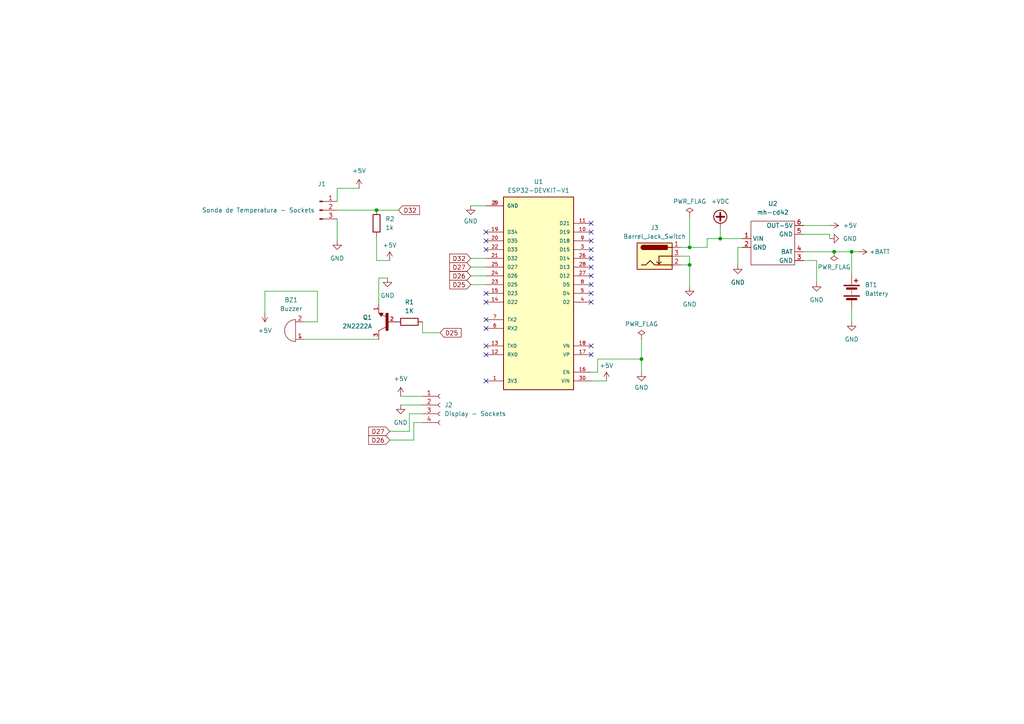
<source format=kicad_sch>
(kicad_sch (version 20230121) (generator eeschema)

  (uuid 4af92d4e-18fc-4854-9bfc-8ac227b6a006)

  (paper "A4")

  (lib_symbols
    (symbol "2N2222A:2N2222A" (pin_names (offset 1.016)) (in_bom yes) (on_board yes)
      (property "Reference" "Q" (at -10.16 7.62 0)
        (effects (font (size 1.27 1.27)) (justify left bottom))
      )
      (property "Value" "2N2222A" (at -10.16 -7.62 0)
        (effects (font (size 1.27 1.27)) (justify left bottom))
      )
      (property "Footprint" "2N2222A:TO92254P470H750-3" (at 0 0 0)
        (effects (font (size 1.27 1.27)) (justify bottom) hide)
      )
      (property "Datasheet" "" (at 0 0 0)
        (effects (font (size 1.27 1.27)) hide)
      )
      (property "MF" "Microchip Technology" (at 0 0 0)
        (effects (font (size 1.27 1.27)) (justify bottom) hide)
      )
      (property "SNAPEDA_PACKAGE_ID" "121774" (at 0 0 0)
        (effects (font (size 1.27 1.27)) (justify bottom) hide)
      )
      (property "Package" "TO-18-3 Microsemi Corporation" (at 0 0 0)
        (effects (font (size 1.27 1.27)) (justify bottom) hide)
      )
      (property "Price" "None" (at 0 0 0)
        (effects (font (size 1.27 1.27)) (justify bottom) hide)
      )
      (property "Check_prices" "https://www.snapeda.com/parts/2N2222A/Microchip/view-part/?ref=eda" (at 0 0 0)
        (effects (font (size 1.27 1.27)) (justify bottom) hide)
      )
      (property "STANDARD" "IPC 7351B" (at 0 0 0)
        (effects (font (size 1.27 1.27)) (justify bottom) hide)
      )
      (property "PARTREV" "N/A" (at 0 0 0)
        (effects (font (size 1.27 1.27)) (justify bottom) hide)
      )
      (property "SnapEDA_Link" "https://www.snapeda.com/parts/2N2222A/Microchip/view-part/?ref=snap" (at 0 0 0)
        (effects (font (size 1.27 1.27)) (justify bottom) hide)
      )
      (property "MP" "2N2222A" (at 0 0 0)
        (effects (font (size 1.27 1.27)) (justify bottom) hide)
      )
      (property "Purchase-URL" "https://www.snapeda.com/api/url_track_click_mouser/?unipart_id=6282988&manufacturer=Microchip Technology&part_name=2N2222A&search_term=None" (at 0 0 0)
        (effects (font (size 1.27 1.27)) (justify bottom) hide)
      )
      (property "Description" "\nBipolar (BJT) Transistor NPN 50 V 800 mA - 500 mW Surface Mount 4-SMD\n" (at 0 0 0)
        (effects (font (size 1.27 1.27)) (justify bottom) hide)
      )
      (property "MANUFACTURER" "Diotec Semiconductor" (at 0 0 0)
        (effects (font (size 1.27 1.27)) (justify bottom) hide)
      )
      (property "Availability" "In Stock" (at 0 0 0)
        (effects (font (size 1.27 1.27)) (justify bottom) hide)
      )
      (property "MAXIMUM_PACKAGE_HEIGHT" "7.5 mm" (at 0 0 0)
        (effects (font (size 1.27 1.27)) (justify bottom) hide)
      )
      (symbol "2N2222A_0_0"
        (rectangle (start -0.254 -2.54) (end 0.508 2.54)
          (stroke (width 0.1) (type default))
          (fill (type outline))
        )
        (polyline
          (pts
            (xy 1.54 -2.04)
            (xy 0.308 -1.424)
          )
          (stroke (width 0.1524) (type default))
          (fill (type none))
        )
        (polyline
          (pts
            (xy 2.54 2.54)
            (xy 0.508 1.524)
          )
          (stroke (width 0.1524) (type default))
          (fill (type none))
        )
        (polyline
          (pts
            (xy 1.27 -2.54)
            (xy 1.778 -1.524)
            (xy 2.54 -2.54)
            (xy 1.27 -2.54)
          )
          (stroke (width 0.1524) (type default))
          (fill (type outline))
        )
        (pin passive line (at 2.54 -5.08 90) (length 2.54)
          (name "~" (effects (font (size 1.016 1.016))))
          (number "1" (effects (font (size 1.016 1.016))))
        )
        (pin passive line (at -2.54 0 0) (length 2.54)
          (name "~" (effects (font (size 1.016 1.016))))
          (number "2" (effects (font (size 1.016 1.016))))
        )
        (pin passive line (at 2.54 5.08 270) (length 2.54)
          (name "~" (effects (font (size 1.016 1.016))))
          (number "3" (effects (font (size 1.016 1.016))))
        )
      )
    )
    (symbol "Connector:Barrel_Jack_Switch" (pin_names hide) (in_bom yes) (on_board yes)
      (property "Reference" "J" (at 0 5.334 0)
        (effects (font (size 1.27 1.27)))
      )
      (property "Value" "Barrel_Jack_Switch" (at 0 -5.08 0)
        (effects (font (size 1.27 1.27)))
      )
      (property "Footprint" "" (at 1.27 -1.016 0)
        (effects (font (size 1.27 1.27)) hide)
      )
      (property "Datasheet" "~" (at 1.27 -1.016 0)
        (effects (font (size 1.27 1.27)) hide)
      )
      (property "ki_keywords" "DC power barrel jack connector" (at 0 0 0)
        (effects (font (size 1.27 1.27)) hide)
      )
      (property "ki_description" "DC Barrel Jack with an internal switch" (at 0 0 0)
        (effects (font (size 1.27 1.27)) hide)
      )
      (property "ki_fp_filters" "BarrelJack*" (at 0 0 0)
        (effects (font (size 1.27 1.27)) hide)
      )
      (symbol "Barrel_Jack_Switch_0_1"
        (rectangle (start -5.08 3.81) (end 5.08 -3.81)
          (stroke (width 0.254) (type default))
          (fill (type background))
        )
        (arc (start -3.302 3.175) (mid -3.9343 2.54) (end -3.302 1.905)
          (stroke (width 0.254) (type default))
          (fill (type none))
        )
        (arc (start -3.302 3.175) (mid -3.9343 2.54) (end -3.302 1.905)
          (stroke (width 0.254) (type default))
          (fill (type outline))
        )
        (polyline
          (pts
            (xy 1.27 -2.286)
            (xy 1.905 -1.651)
          )
          (stroke (width 0.254) (type default))
          (fill (type none))
        )
        (polyline
          (pts
            (xy 5.08 2.54)
            (xy 3.81 2.54)
          )
          (stroke (width 0.254) (type default))
          (fill (type none))
        )
        (polyline
          (pts
            (xy 5.08 0)
            (xy 1.27 0)
            (xy 1.27 -2.286)
            (xy 0.635 -1.651)
          )
          (stroke (width 0.254) (type default))
          (fill (type none))
        )
        (polyline
          (pts
            (xy -3.81 -2.54)
            (xy -2.54 -2.54)
            (xy -1.27 -1.27)
            (xy 0 -2.54)
            (xy 2.54 -2.54)
            (xy 5.08 -2.54)
          )
          (stroke (width 0.254) (type default))
          (fill (type none))
        )
        (rectangle (start 3.683 3.175) (end -3.302 1.905)
          (stroke (width 0.254) (type default))
          (fill (type outline))
        )
      )
      (symbol "Barrel_Jack_Switch_1_1"
        (pin passive line (at 7.62 2.54 180) (length 2.54)
          (name "~" (effects (font (size 1.27 1.27))))
          (number "1" (effects (font (size 1.27 1.27))))
        )
        (pin passive line (at 7.62 -2.54 180) (length 2.54)
          (name "~" (effects (font (size 1.27 1.27))))
          (number "2" (effects (font (size 1.27 1.27))))
        )
        (pin passive line (at 7.62 0 180) (length 2.54)
          (name "~" (effects (font (size 1.27 1.27))))
          (number "3" (effects (font (size 1.27 1.27))))
        )
      )
    )
    (symbol "Connector:Conn_01x03_Pin" (pin_names (offset 1.016) hide) (in_bom yes) (on_board yes)
      (property "Reference" "J" (at 0 5.08 0)
        (effects (font (size 1.27 1.27)))
      )
      (property "Value" "Conn_01x03_Pin" (at 0 -5.08 0)
        (effects (font (size 1.27 1.27)))
      )
      (property "Footprint" "" (at 0 0 0)
        (effects (font (size 1.27 1.27)) hide)
      )
      (property "Datasheet" "~" (at 0 0 0)
        (effects (font (size 1.27 1.27)) hide)
      )
      (property "ki_locked" "" (at 0 0 0)
        (effects (font (size 1.27 1.27)))
      )
      (property "ki_keywords" "connector" (at 0 0 0)
        (effects (font (size 1.27 1.27)) hide)
      )
      (property "ki_description" "Generic connector, single row, 01x03, script generated" (at 0 0 0)
        (effects (font (size 1.27 1.27)) hide)
      )
      (property "ki_fp_filters" "Connector*:*_1x??_*" (at 0 0 0)
        (effects (font (size 1.27 1.27)) hide)
      )
      (symbol "Conn_01x03_Pin_1_1"
        (polyline
          (pts
            (xy 1.27 -2.54)
            (xy 0.8636 -2.54)
          )
          (stroke (width 0.1524) (type default))
          (fill (type none))
        )
        (polyline
          (pts
            (xy 1.27 0)
            (xy 0.8636 0)
          )
          (stroke (width 0.1524) (type default))
          (fill (type none))
        )
        (polyline
          (pts
            (xy 1.27 2.54)
            (xy 0.8636 2.54)
          )
          (stroke (width 0.1524) (type default))
          (fill (type none))
        )
        (rectangle (start 0.8636 -2.413) (end 0 -2.667)
          (stroke (width 0.1524) (type default))
          (fill (type outline))
        )
        (rectangle (start 0.8636 0.127) (end 0 -0.127)
          (stroke (width 0.1524) (type default))
          (fill (type outline))
        )
        (rectangle (start 0.8636 2.667) (end 0 2.413)
          (stroke (width 0.1524) (type default))
          (fill (type outline))
        )
        (pin passive line (at 5.08 2.54 180) (length 3.81)
          (name "Pin_1" (effects (font (size 1.27 1.27))))
          (number "1" (effects (font (size 1.27 1.27))))
        )
        (pin passive line (at 5.08 0 180) (length 3.81)
          (name "Pin_2" (effects (font (size 1.27 1.27))))
          (number "2" (effects (font (size 1.27 1.27))))
        )
        (pin passive line (at 5.08 -2.54 180) (length 3.81)
          (name "Pin_3" (effects (font (size 1.27 1.27))))
          (number "3" (effects (font (size 1.27 1.27))))
        )
      )
    )
    (symbol "Connector:Conn_01x04_Socket" (pin_names (offset 1.016) hide) (in_bom yes) (on_board yes)
      (property "Reference" "J" (at 0 5.08 0)
        (effects (font (size 1.27 1.27)))
      )
      (property "Value" "Conn_01x04_Socket" (at 0 -7.62 0)
        (effects (font (size 1.27 1.27)))
      )
      (property "Footprint" "" (at 0 0 0)
        (effects (font (size 1.27 1.27)) hide)
      )
      (property "Datasheet" "~" (at 0 0 0)
        (effects (font (size 1.27 1.27)) hide)
      )
      (property "ki_locked" "" (at 0 0 0)
        (effects (font (size 1.27 1.27)))
      )
      (property "ki_keywords" "connector" (at 0 0 0)
        (effects (font (size 1.27 1.27)) hide)
      )
      (property "ki_description" "Generic connector, single row, 01x04, script generated" (at 0 0 0)
        (effects (font (size 1.27 1.27)) hide)
      )
      (property "ki_fp_filters" "Connector*:*_1x??_*" (at 0 0 0)
        (effects (font (size 1.27 1.27)) hide)
      )
      (symbol "Conn_01x04_Socket_1_1"
        (arc (start 0 -4.572) (mid -0.5058 -5.08) (end 0 -5.588)
          (stroke (width 0.1524) (type default))
          (fill (type none))
        )
        (arc (start 0 -2.032) (mid -0.5058 -2.54) (end 0 -3.048)
          (stroke (width 0.1524) (type default))
          (fill (type none))
        )
        (polyline
          (pts
            (xy -1.27 -5.08)
            (xy -0.508 -5.08)
          )
          (stroke (width 0.1524) (type default))
          (fill (type none))
        )
        (polyline
          (pts
            (xy -1.27 -2.54)
            (xy -0.508 -2.54)
          )
          (stroke (width 0.1524) (type default))
          (fill (type none))
        )
        (polyline
          (pts
            (xy -1.27 0)
            (xy -0.508 0)
          )
          (stroke (width 0.1524) (type default))
          (fill (type none))
        )
        (polyline
          (pts
            (xy -1.27 2.54)
            (xy -0.508 2.54)
          )
          (stroke (width 0.1524) (type default))
          (fill (type none))
        )
        (arc (start 0 0.508) (mid -0.5058 0) (end 0 -0.508)
          (stroke (width 0.1524) (type default))
          (fill (type none))
        )
        (arc (start 0 3.048) (mid -0.5058 2.54) (end 0 2.032)
          (stroke (width 0.1524) (type default))
          (fill (type none))
        )
        (pin passive line (at -5.08 2.54 0) (length 3.81)
          (name "Pin_1" (effects (font (size 1.27 1.27))))
          (number "1" (effects (font (size 1.27 1.27))))
        )
        (pin passive line (at -5.08 0 0) (length 3.81)
          (name "Pin_2" (effects (font (size 1.27 1.27))))
          (number "2" (effects (font (size 1.27 1.27))))
        )
        (pin passive line (at -5.08 -2.54 0) (length 3.81)
          (name "Pin_3" (effects (font (size 1.27 1.27))))
          (number "3" (effects (font (size 1.27 1.27))))
        )
        (pin passive line (at -5.08 -5.08 0) (length 3.81)
          (name "Pin_4" (effects (font (size 1.27 1.27))))
          (number "4" (effects (font (size 1.27 1.27))))
        )
      )
    )
    (symbol "Device:Battery" (pin_numbers hide) (pin_names (offset 0) hide) (in_bom yes) (on_board yes)
      (property "Reference" "BT" (at 2.54 2.54 0)
        (effects (font (size 1.27 1.27)) (justify left))
      )
      (property "Value" "Battery" (at 2.54 0 0)
        (effects (font (size 1.27 1.27)) (justify left))
      )
      (property "Footprint" "" (at 0 1.524 90)
        (effects (font (size 1.27 1.27)) hide)
      )
      (property "Datasheet" "~" (at 0 1.524 90)
        (effects (font (size 1.27 1.27)) hide)
      )
      (property "ki_keywords" "batt voltage-source cell" (at 0 0 0)
        (effects (font (size 1.27 1.27)) hide)
      )
      (property "ki_description" "Multiple-cell battery" (at 0 0 0)
        (effects (font (size 1.27 1.27)) hide)
      )
      (symbol "Battery_0_1"
        (rectangle (start -2.286 -1.27) (end 2.286 -1.524)
          (stroke (width 0) (type default))
          (fill (type outline))
        )
        (rectangle (start -2.286 1.778) (end 2.286 1.524)
          (stroke (width 0) (type default))
          (fill (type outline))
        )
        (rectangle (start -1.524 -2.032) (end 1.524 -2.54)
          (stroke (width 0) (type default))
          (fill (type outline))
        )
        (rectangle (start -1.524 1.016) (end 1.524 0.508)
          (stroke (width 0) (type default))
          (fill (type outline))
        )
        (polyline
          (pts
            (xy 0 -1.016)
            (xy 0 -0.762)
          )
          (stroke (width 0) (type default))
          (fill (type none))
        )
        (polyline
          (pts
            (xy 0 -0.508)
            (xy 0 -0.254)
          )
          (stroke (width 0) (type default))
          (fill (type none))
        )
        (polyline
          (pts
            (xy 0 0)
            (xy 0 0.254)
          )
          (stroke (width 0) (type default))
          (fill (type none))
        )
        (polyline
          (pts
            (xy 0 1.778)
            (xy 0 2.54)
          )
          (stroke (width 0) (type default))
          (fill (type none))
        )
        (polyline
          (pts
            (xy 0.762 3.048)
            (xy 1.778 3.048)
          )
          (stroke (width 0.254) (type default))
          (fill (type none))
        )
        (polyline
          (pts
            (xy 1.27 3.556)
            (xy 1.27 2.54)
          )
          (stroke (width 0.254) (type default))
          (fill (type none))
        )
      )
      (symbol "Battery_1_1"
        (pin passive line (at 0 5.08 270) (length 2.54)
          (name "+" (effects (font (size 1.27 1.27))))
          (number "1" (effects (font (size 1.27 1.27))))
        )
        (pin passive line (at 0 -5.08 90) (length 2.54)
          (name "-" (effects (font (size 1.27 1.27))))
          (number "2" (effects (font (size 1.27 1.27))))
        )
      )
    )
    (symbol "Device:Buzzer" (pin_names (offset 0.0254) hide) (in_bom yes) (on_board yes)
      (property "Reference" "BZ" (at 3.81 1.27 0)
        (effects (font (size 1.27 1.27)) (justify left))
      )
      (property "Value" "Buzzer" (at 3.81 -1.27 0)
        (effects (font (size 1.27 1.27)) (justify left))
      )
      (property "Footprint" "" (at -0.635 2.54 90)
        (effects (font (size 1.27 1.27)) hide)
      )
      (property "Datasheet" "~" (at -0.635 2.54 90)
        (effects (font (size 1.27 1.27)) hide)
      )
      (property "ki_keywords" "quartz resonator ceramic" (at 0 0 0)
        (effects (font (size 1.27 1.27)) hide)
      )
      (property "ki_description" "Buzzer, polarized" (at 0 0 0)
        (effects (font (size 1.27 1.27)) hide)
      )
      (property "ki_fp_filters" "*Buzzer*" (at 0 0 0)
        (effects (font (size 1.27 1.27)) hide)
      )
      (symbol "Buzzer_0_1"
        (arc (start 0 -3.175) (mid 3.1612 0) (end 0 3.175)
          (stroke (width 0) (type default))
          (fill (type none))
        )
        (polyline
          (pts
            (xy -1.651 1.905)
            (xy -1.143 1.905)
          )
          (stroke (width 0) (type default))
          (fill (type none))
        )
        (polyline
          (pts
            (xy -1.397 2.159)
            (xy -1.397 1.651)
          )
          (stroke (width 0) (type default))
          (fill (type none))
        )
        (polyline
          (pts
            (xy 0 3.175)
            (xy 0 -3.175)
          )
          (stroke (width 0) (type default))
          (fill (type none))
        )
      )
      (symbol "Buzzer_1_1"
        (pin passive line (at -2.54 2.54 0) (length 2.54)
          (name "-" (effects (font (size 1.27 1.27))))
          (number "1" (effects (font (size 1.27 1.27))))
        )
        (pin passive line (at -2.54 -2.54 0) (length 2.54)
          (name "+" (effects (font (size 1.27 1.27))))
          (number "2" (effects (font (size 1.27 1.27))))
        )
      )
    )
    (symbol "Device:R" (pin_numbers hide) (pin_names (offset 0)) (in_bom yes) (on_board yes)
      (property "Reference" "R" (at 2.032 0 90)
        (effects (font (size 1.27 1.27)))
      )
      (property "Value" "R" (at 0 0 90)
        (effects (font (size 1.27 1.27)))
      )
      (property "Footprint" "" (at -1.778 0 90)
        (effects (font (size 1.27 1.27)) hide)
      )
      (property "Datasheet" "~" (at 0 0 0)
        (effects (font (size 1.27 1.27)) hide)
      )
      (property "ki_keywords" "R res resistor" (at 0 0 0)
        (effects (font (size 1.27 1.27)) hide)
      )
      (property "ki_description" "Resistor" (at 0 0 0)
        (effects (font (size 1.27 1.27)) hide)
      )
      (property "ki_fp_filters" "R_*" (at 0 0 0)
        (effects (font (size 1.27 1.27)) hide)
      )
      (symbol "R_0_1"
        (rectangle (start -1.016 -2.54) (end 1.016 2.54)
          (stroke (width 0.254) (type default))
          (fill (type none))
        )
      )
      (symbol "R_1_1"
        (pin passive line (at 0 3.81 270) (length 1.27)
          (name "~" (effects (font (size 1.27 1.27))))
          (number "1" (effects (font (size 1.27 1.27))))
        )
        (pin passive line (at 0 -3.81 90) (length 1.27)
          (name "~" (effects (font (size 1.27 1.27))))
          (number "2" (effects (font (size 1.27 1.27))))
        )
      )
    )
    (symbol "ESP32-DEVKIT-V1:ESP32-DEVKIT-V1" (pin_names (offset 1.016)) (in_bom yes) (on_board yes)
      (property "Reference" "U" (at -10.16 30.48 0)
        (effects (font (size 1.27 1.27)) (justify left top))
      )
      (property "Value" "ESP32-DEVKIT-V1" (at -10.16 -30.48 0)
        (effects (font (size 1.27 1.27)) (justify left bottom))
      )
      (property "Footprint" "ESP32-DEVKIT-V1:MODULE_ESP32_DEVKIT_V1" (at 0 0 0)
        (effects (font (size 1.27 1.27)) (justify bottom) hide)
      )
      (property "Datasheet" "" (at 0 0 0)
        (effects (font (size 1.27 1.27)) hide)
      )
      (property "MF" "Do it" (at 0 0 0)
        (effects (font (size 1.27 1.27)) (justify bottom) hide)
      )
      (property "MAXIMUM_PACKAGE_HEIGHT" "6.8 mm" (at 0 0 0)
        (effects (font (size 1.27 1.27)) (justify bottom) hide)
      )
      (property "Package" "None" (at 0 0 0)
        (effects (font (size 1.27 1.27)) (justify bottom) hide)
      )
      (property "Price" "None" (at 0 0 0)
        (effects (font (size 1.27 1.27)) (justify bottom) hide)
      )
      (property "Check_prices" "https://www.snapeda.com/parts/ESP32-DEVKIT-V1/Do+it/view-part/?ref=eda" (at 0 0 0)
        (effects (font (size 1.27 1.27)) (justify bottom) hide)
      )
      (property "STANDARD" "Manufacturer Recommendations" (at 0 0 0)
        (effects (font (size 1.27 1.27)) (justify bottom) hide)
      )
      (property "PARTREV" "N/A" (at 0 0 0)
        (effects (font (size 1.27 1.27)) (justify bottom) hide)
      )
      (property "SnapEDA_Link" "https://www.snapeda.com/parts/ESP32-DEVKIT-V1/Do+it/view-part/?ref=snap" (at 0 0 0)
        (effects (font (size 1.27 1.27)) (justify bottom) hide)
      )
      (property "MP" "ESP32-DEVKIT-V1" (at 0 0 0)
        (effects (font (size 1.27 1.27)) (justify bottom) hide)
      )
      (property "Description" "\nDual core, Wi-Fi: 2.4 GHz up to 150 Mbits/s,BLE (Bluetooth Low Energy) and legacy Bluetooth, 32 bits, Up to 240 MHz\n" (at 0 0 0)
        (effects (font (size 1.27 1.27)) (justify bottom) hide)
      )
      (property "Availability" "Not in stock" (at 0 0 0)
        (effects (font (size 1.27 1.27)) (justify bottom) hide)
      )
      (property "MANUFACTURER" "DOIT" (at 0 0 0)
        (effects (font (size 1.27 1.27)) (justify bottom) hide)
      )
      (symbol "ESP32-DEVKIT-V1_0_0"
        (rectangle (start -10.16 -27.94) (end 10.16 27.94)
          (stroke (width 0.254) (type default))
          (fill (type background))
        )
        (pin output line (at 15.24 25.4 180) (length 5.08)
          (name "3V3" (effects (font (size 1.016 1.016))))
          (number "1" (effects (font (size 1.016 1.016))))
        )
        (pin bidirectional line (at -15.24 -17.78 0) (length 5.08)
          (name "D19" (effects (font (size 1.016 1.016))))
          (number "10" (effects (font (size 1.016 1.016))))
        )
        (pin bidirectional line (at -15.24 -20.32 0) (length 5.08)
          (name "D21" (effects (font (size 1.016 1.016))))
          (number "11" (effects (font (size 1.016 1.016))))
        )
        (pin input line (at 15.24 17.78 180) (length 5.08)
          (name "RX0" (effects (font (size 1.016 1.016))))
          (number "12" (effects (font (size 1.016 1.016))))
        )
        (pin output line (at 15.24 15.24 180) (length 5.08)
          (name "TX0" (effects (font (size 1.016 1.016))))
          (number "13" (effects (font (size 1.016 1.016))))
        )
        (pin bidirectional line (at 15.24 2.54 180) (length 5.08)
          (name "D22" (effects (font (size 1.016 1.016))))
          (number "14" (effects (font (size 1.016 1.016))))
        )
        (pin bidirectional line (at 15.24 0 180) (length 5.08)
          (name "D23" (effects (font (size 1.016 1.016))))
          (number "15" (effects (font (size 1.016 1.016))))
        )
        (pin input line (at -15.24 22.86 0) (length 5.08)
          (name "EN" (effects (font (size 1.016 1.016))))
          (number "16" (effects (font (size 1.016 1.016))))
        )
        (pin bidirectional line (at -15.24 17.78 0) (length 5.08)
          (name "VP" (effects (font (size 1.016 1.016))))
          (number "17" (effects (font (size 1.016 1.016))))
        )
        (pin bidirectional line (at -15.24 15.24 0) (length 5.08)
          (name "VN" (effects (font (size 1.016 1.016))))
          (number "18" (effects (font (size 1.016 1.016))))
        )
        (pin bidirectional line (at 15.24 -17.78 180) (length 5.08)
          (name "D34" (effects (font (size 1.016 1.016))))
          (number "19" (effects (font (size 1.016 1.016))))
        )
        (pin power_in line (at 15.24 -25.4 180) (length 5.08)
          (name "GND" (effects (font (size 1.016 1.016))))
          (number "2" (effects (font (size 1.016 1.016))))
        )
        (pin bidirectional line (at 15.24 -15.24 180) (length 5.08)
          (name "D35" (effects (font (size 1.016 1.016))))
          (number "20" (effects (font (size 1.016 1.016))))
        )
        (pin bidirectional line (at 15.24 -10.16 180) (length 5.08)
          (name "D32" (effects (font (size 1.016 1.016))))
          (number "21" (effects (font (size 1.016 1.016))))
        )
        (pin bidirectional line (at 15.24 -12.7 180) (length 5.08)
          (name "D33" (effects (font (size 1.016 1.016))))
          (number "22" (effects (font (size 1.016 1.016))))
        )
        (pin bidirectional line (at 15.24 -2.54 180) (length 5.08)
          (name "D25" (effects (font (size 1.016 1.016))))
          (number "23" (effects (font (size 1.016 1.016))))
        )
        (pin bidirectional line (at 15.24 -5.08 180) (length 5.08)
          (name "D26" (effects (font (size 1.016 1.016))))
          (number "24" (effects (font (size 1.016 1.016))))
        )
        (pin bidirectional line (at 15.24 -7.62 180) (length 5.08)
          (name "D27" (effects (font (size 1.016 1.016))))
          (number "25" (effects (font (size 1.016 1.016))))
        )
        (pin bidirectional line (at -15.24 -10.16 0) (length 5.08)
          (name "D14" (effects (font (size 1.016 1.016))))
          (number "26" (effects (font (size 1.016 1.016))))
        )
        (pin bidirectional line (at -15.24 -5.08 0) (length 5.08)
          (name "D12" (effects (font (size 1.016 1.016))))
          (number "27" (effects (font (size 1.016 1.016))))
        )
        (pin bidirectional line (at -15.24 -7.62 0) (length 5.08)
          (name "D13" (effects (font (size 1.016 1.016))))
          (number "28" (effects (font (size 1.016 1.016))))
        )
        (pin power_in line (at 15.24 -25.4 180) (length 5.08)
          (name "GND" (effects (font (size 1.016 1.016))))
          (number "29" (effects (font (size 1.016 1.016))))
        )
        (pin bidirectional line (at -15.24 -12.7 0) (length 5.08)
          (name "D15" (effects (font (size 1.016 1.016))))
          (number "3" (effects (font (size 1.016 1.016))))
        )
        (pin input line (at -15.24 25.4 0) (length 5.08)
          (name "VIN" (effects (font (size 1.016 1.016))))
          (number "30" (effects (font (size 1.016 1.016))))
        )
        (pin bidirectional line (at -15.24 2.54 0) (length 5.08)
          (name "D2" (effects (font (size 1.016 1.016))))
          (number "4" (effects (font (size 1.016 1.016))))
        )
        (pin bidirectional line (at -15.24 0 0) (length 5.08)
          (name "D4" (effects (font (size 1.016 1.016))))
          (number "5" (effects (font (size 1.016 1.016))))
        )
        (pin input line (at 15.24 10.16 180) (length 5.08)
          (name "RX2" (effects (font (size 1.016 1.016))))
          (number "6" (effects (font (size 1.016 1.016))))
        )
        (pin output line (at 15.24 7.62 180) (length 5.08)
          (name "TX2" (effects (font (size 1.016 1.016))))
          (number "7" (effects (font (size 1.016 1.016))))
        )
        (pin bidirectional line (at -15.24 -2.54 0) (length 5.08)
          (name "D5" (effects (font (size 1.016 1.016))))
          (number "8" (effects (font (size 1.016 1.016))))
        )
        (pin bidirectional line (at -15.24 -15.24 0) (length 5.08)
          (name "D18" (effects (font (size 1.016 1.016))))
          (number "9" (effects (font (size 1.016 1.016))))
        )
      )
    )
    (symbol "cd42:mh-cd42" (in_bom yes) (on_board yes)
      (property "Reference" "U" (at 0 7.62 0)
        (effects (font (size 1.27 1.27)))
      )
      (property "Value" "mh-cd42" (at 0 -7.62 0)
        (effects (font (size 1.27 1.27)))
      )
      (property "Footprint" "" (at -1.27 5.08 0)
        (effects (font (size 1.27 1.27)) hide)
      )
      (property "Datasheet" "" (at -1.27 5.08 0)
        (effects (font (size 1.27 1.27)) hide)
      )
      (symbol "mh-cd42_0_1"
        (rectangle (start -6.35 6.35) (end 6.35 -6.35)
          (stroke (width 0) (type default))
          (fill (type none))
        )
      )
      (symbol "mh-cd42_1_1"
        (pin power_in line (at -8.89 1.27 0) (length 2.54)
          (name "VIN" (effects (font (size 1.27 1.27))))
          (number "1" (effects (font (size 1.27 1.27))))
        )
        (pin passive line (at -8.89 -1.27 0) (length 2.54)
          (name "GND" (effects (font (size 1.27 1.27))))
          (number "2" (effects (font (size 1.27 1.27))))
        )
        (pin passive line (at 8.89 -5.08 180) (length 2.54)
          (name "GND" (effects (font (size 1.27 1.27))))
          (number "3" (effects (font (size 1.27 1.27))))
        )
        (pin passive line (at 8.89 -2.54 180) (length 2.54)
          (name "BAT" (effects (font (size 1.27 1.27))))
          (number "4" (effects (font (size 1.27 1.27))))
        )
        (pin passive line (at 8.89 2.54 180) (length 2.54)
          (name "GND" (effects (font (size 1.27 1.27))))
          (number "5" (effects (font (size 1.27 1.27))))
        )
        (pin power_out line (at 8.89 5.08 180) (length 2.54)
          (name "OUT-5V" (effects (font (size 1.27 1.27))))
          (number "6" (effects (font (size 1.27 1.27))))
        )
      )
    )
    (symbol "power:+5V" (power) (pin_names (offset 0)) (in_bom yes) (on_board yes)
      (property "Reference" "#PWR" (at 0 -3.81 0)
        (effects (font (size 1.27 1.27)) hide)
      )
      (property "Value" "+5V" (at 0 3.556 0)
        (effects (font (size 1.27 1.27)))
      )
      (property "Footprint" "" (at 0 0 0)
        (effects (font (size 1.27 1.27)) hide)
      )
      (property "Datasheet" "" (at 0 0 0)
        (effects (font (size 1.27 1.27)) hide)
      )
      (property "ki_keywords" "global power" (at 0 0 0)
        (effects (font (size 1.27 1.27)) hide)
      )
      (property "ki_description" "Power symbol creates a global label with name \"+5V\"" (at 0 0 0)
        (effects (font (size 1.27 1.27)) hide)
      )
      (symbol "+5V_0_1"
        (polyline
          (pts
            (xy -0.762 1.27)
            (xy 0 2.54)
          )
          (stroke (width 0) (type default))
          (fill (type none))
        )
        (polyline
          (pts
            (xy 0 0)
            (xy 0 2.54)
          )
          (stroke (width 0) (type default))
          (fill (type none))
        )
        (polyline
          (pts
            (xy 0 2.54)
            (xy 0.762 1.27)
          )
          (stroke (width 0) (type default))
          (fill (type none))
        )
      )
      (symbol "+5V_1_1"
        (pin power_in line (at 0 0 90) (length 0) hide
          (name "+5V" (effects (font (size 1.27 1.27))))
          (number "1" (effects (font (size 1.27 1.27))))
        )
      )
    )
    (symbol "power:+BATT" (power) (pin_names (offset 0)) (in_bom yes) (on_board yes)
      (property "Reference" "#PWR" (at 0 -3.81 0)
        (effects (font (size 1.27 1.27)) hide)
      )
      (property "Value" "+BATT" (at 0 3.556 0)
        (effects (font (size 1.27 1.27)))
      )
      (property "Footprint" "" (at 0 0 0)
        (effects (font (size 1.27 1.27)) hide)
      )
      (property "Datasheet" "" (at 0 0 0)
        (effects (font (size 1.27 1.27)) hide)
      )
      (property "ki_keywords" "global power battery" (at 0 0 0)
        (effects (font (size 1.27 1.27)) hide)
      )
      (property "ki_description" "Power symbol creates a global label with name \"+BATT\"" (at 0 0 0)
        (effects (font (size 1.27 1.27)) hide)
      )
      (symbol "+BATT_0_1"
        (polyline
          (pts
            (xy -0.762 1.27)
            (xy 0 2.54)
          )
          (stroke (width 0) (type default))
          (fill (type none))
        )
        (polyline
          (pts
            (xy 0 0)
            (xy 0 2.54)
          )
          (stroke (width 0) (type default))
          (fill (type none))
        )
        (polyline
          (pts
            (xy 0 2.54)
            (xy 0.762 1.27)
          )
          (stroke (width 0) (type default))
          (fill (type none))
        )
      )
      (symbol "+BATT_1_1"
        (pin power_in line (at 0 0 90) (length 0) hide
          (name "+BATT" (effects (font (size 1.27 1.27))))
          (number "1" (effects (font (size 1.27 1.27))))
        )
      )
    )
    (symbol "power:+VDC" (power) (pin_names (offset 0)) (in_bom yes) (on_board yes)
      (property "Reference" "#PWR" (at 0 -2.54 0)
        (effects (font (size 1.27 1.27)) hide)
      )
      (property "Value" "+VDC" (at 0 6.35 0)
        (effects (font (size 1.27 1.27)))
      )
      (property "Footprint" "" (at 0 0 0)
        (effects (font (size 1.27 1.27)) hide)
      )
      (property "Datasheet" "" (at 0 0 0)
        (effects (font (size 1.27 1.27)) hide)
      )
      (property "ki_keywords" "global power" (at 0 0 0)
        (effects (font (size 1.27 1.27)) hide)
      )
      (property "ki_description" "Power symbol creates a global label with name \"+VDC\"" (at 0 0 0)
        (effects (font (size 1.27 1.27)) hide)
      )
      (symbol "+VDC_0_1"
        (polyline
          (pts
            (xy -1.143 3.175)
            (xy 1.143 3.175)
          )
          (stroke (width 0.508) (type default))
          (fill (type none))
        )
        (polyline
          (pts
            (xy 0 0)
            (xy 0 1.27)
          )
          (stroke (width 0) (type default))
          (fill (type none))
        )
        (polyline
          (pts
            (xy 0 2.032)
            (xy 0 4.318)
          )
          (stroke (width 0.508) (type default))
          (fill (type none))
        )
        (circle (center 0 3.175) (radius 1.905)
          (stroke (width 0.254) (type default))
          (fill (type none))
        )
      )
      (symbol "+VDC_1_1"
        (pin power_in line (at 0 0 90) (length 0) hide
          (name "+VDC" (effects (font (size 1.27 1.27))))
          (number "1" (effects (font (size 1.27 1.27))))
        )
      )
    )
    (symbol "power:GND" (power) (pin_names (offset 0)) (in_bom yes) (on_board yes)
      (property "Reference" "#PWR" (at 0 -6.35 0)
        (effects (font (size 1.27 1.27)) hide)
      )
      (property "Value" "GND" (at 0 -3.81 0)
        (effects (font (size 1.27 1.27)))
      )
      (property "Footprint" "" (at 0 0 0)
        (effects (font (size 1.27 1.27)) hide)
      )
      (property "Datasheet" "" (at 0 0 0)
        (effects (font (size 1.27 1.27)) hide)
      )
      (property "ki_keywords" "global power" (at 0 0 0)
        (effects (font (size 1.27 1.27)) hide)
      )
      (property "ki_description" "Power symbol creates a global label with name \"GND\" , ground" (at 0 0 0)
        (effects (font (size 1.27 1.27)) hide)
      )
      (symbol "GND_0_1"
        (polyline
          (pts
            (xy 0 0)
            (xy 0 -1.27)
            (xy 1.27 -1.27)
            (xy 0 -2.54)
            (xy -1.27 -1.27)
            (xy 0 -1.27)
          )
          (stroke (width 0) (type default))
          (fill (type none))
        )
      )
      (symbol "GND_1_1"
        (pin power_in line (at 0 0 270) (length 0) hide
          (name "GND" (effects (font (size 1.27 1.27))))
          (number "1" (effects (font (size 1.27 1.27))))
        )
      )
    )
    (symbol "power:PWR_FLAG" (power) (pin_numbers hide) (pin_names (offset 0) hide) (in_bom yes) (on_board yes)
      (property "Reference" "#FLG" (at 0 1.905 0)
        (effects (font (size 1.27 1.27)) hide)
      )
      (property "Value" "PWR_FLAG" (at 0 3.81 0)
        (effects (font (size 1.27 1.27)))
      )
      (property "Footprint" "" (at 0 0 0)
        (effects (font (size 1.27 1.27)) hide)
      )
      (property "Datasheet" "~" (at 0 0 0)
        (effects (font (size 1.27 1.27)) hide)
      )
      (property "ki_keywords" "flag power" (at 0 0 0)
        (effects (font (size 1.27 1.27)) hide)
      )
      (property "ki_description" "Special symbol for telling ERC where power comes from" (at 0 0 0)
        (effects (font (size 1.27 1.27)) hide)
      )
      (symbol "PWR_FLAG_0_0"
        (pin power_out line (at 0 0 90) (length 0)
          (name "pwr" (effects (font (size 1.27 1.27))))
          (number "1" (effects (font (size 1.27 1.27))))
        )
      )
      (symbol "PWR_FLAG_0_1"
        (polyline
          (pts
            (xy 0 0)
            (xy 0 1.27)
            (xy -1.016 1.905)
            (xy 0 2.54)
            (xy 1.016 1.905)
            (xy 0 1.27)
          )
          (stroke (width 0) (type default))
          (fill (type none))
        )
      )
    )
  )

  (junction (at 241.935 73.025) (diameter 0) (color 0 0 0 0)
    (uuid 3ab1674f-ca5c-4828-ae66-149191fde449)
  )
  (junction (at 186.055 104.14) (diameter 0) (color 0 0 0 0)
    (uuid 3c828885-039a-4337-bbe5-3a7ec8fd250c)
  )
  (junction (at 208.915 69.215) (diameter 0) (color 0 0 0 0)
    (uuid 4d022001-22a0-466c-859d-05bfeb5e9324)
  )
  (junction (at 247.015 73.025) (diameter 0) (color 0 0 0 0)
    (uuid 6d91e66b-3203-40c4-bdd9-aeedbebfe0f4)
  )
  (junction (at 109.22 60.96) (diameter 0) (color 0 0 0 0)
    (uuid cdbef084-9fd4-49db-822a-d3150bf60c2e)
  )
  (junction (at 200.025 76.835) (diameter 0) (color 0 0 0 0)
    (uuid d5959977-87cd-47f6-8426-1fa4222831cf)
  )
  (junction (at 200.025 71.755) (diameter 0) (color 0 0 0 0)
    (uuid ea739359-c68a-4788-b423-e276a3b26fa9)
  )

  (no_connect (at 171.45 82.55) (uuid 04b5a52a-97f1-404c-9276-1b9145613e1f))
  (no_connect (at 171.45 72.39) (uuid 15f78f6a-b4fd-4971-99b4-edf73ad95c6c))
  (no_connect (at 171.45 87.63) (uuid 24df139e-eb7d-41c5-adf6-a22c2fe52b9f))
  (no_connect (at 171.45 100.33) (uuid 47d8eb63-b2bb-4c80-b775-26ebae8a4314))
  (no_connect (at 140.97 110.49) (uuid 55f25426-7e54-4297-aa3b-86d8682c4609))
  (no_connect (at 140.97 92.71) (uuid 71adc405-6f7d-48b5-aab9-6d99f88a0fd9))
  (no_connect (at 171.45 64.77) (uuid 75a068bd-c583-4386-991d-22ba3ce62f8e))
  (no_connect (at 140.97 100.33) (uuid 7d093a1f-00cf-412b-827e-7f6327413d68))
  (no_connect (at 171.45 80.01) (uuid 94e8cbf5-228e-4da4-a219-7113105e091c))
  (no_connect (at 140.97 69.85) (uuid 97a5b271-c223-402c-a31f-cc3f6f41d0e3))
  (no_connect (at 171.45 77.47) (uuid a8dc42b1-9e3c-45a6-bb55-2a2f4f57986e))
  (no_connect (at 171.45 69.85) (uuid af7dba88-4ad1-409e-92d2-30da5ff9c42b))
  (no_connect (at 171.45 67.31) (uuid afb6f1db-76aa-418b-bf72-82ce4ffd82aa))
  (no_connect (at 171.45 85.09) (uuid b92e5855-7621-42ec-903f-d5c9433aa30f))
  (no_connect (at 140.97 85.09) (uuid bca372fd-c526-4a5d-b03a-b2bd3ed0f44e))
  (no_connect (at 140.97 95.25) (uuid c3630fa7-7c5e-48e1-b67a-c844e8395ab6))
  (no_connect (at 140.97 72.39) (uuid c5b4f5ff-8734-48c6-b50b-f4890bffeb99))
  (no_connect (at 171.45 102.87) (uuid e277630c-6a40-488f-b533-d086a60c20d4))
  (no_connect (at 140.97 102.87) (uuid e2b52627-fbd8-4218-b5bd-bc99eb350980))
  (no_connect (at 140.97 67.31) (uuid f240c5c8-fbae-4129-87ad-f533492bfb3a))
  (no_connect (at 140.97 87.63) (uuid f964d8dc-6854-431f-a618-b307db7908c5))
  (no_connect (at 171.45 74.93) (uuid fbe45ffd-f7fd-4e00-9994-24003510f60c))

  (wire (pts (xy 122.555 96.52) (xy 127.635 96.52))
    (stroke (width 0) (type default))
    (uuid 01c520ee-10d5-4252-9390-9638b0bf2662)
  )
  (wire (pts (xy 116.205 114.935) (xy 122.555 114.935))
    (stroke (width 0) (type default))
    (uuid 078b3c15-345c-498e-8d98-30af01284b98)
  )
  (wire (pts (xy 122.555 93.345) (xy 122.555 96.52))
    (stroke (width 0) (type default))
    (uuid 08040d59-23b3-4420-8cdf-6b8bbdd4f212)
  )
  (wire (pts (xy 205.105 69.215) (xy 208.915 69.215))
    (stroke (width 0) (type default))
    (uuid 0b0ef5e1-d81a-4a76-a156-5d14815e7b1e)
  )
  (wire (pts (xy 197.485 71.755) (xy 200.025 71.755))
    (stroke (width 0) (type default))
    (uuid 0dbb2b71-a007-48e4-b92b-b36304b8f013)
  )
  (wire (pts (xy 92.075 93.345) (xy 92.075 84.455))
    (stroke (width 0) (type default))
    (uuid 0f413cd3-4d6d-4461-8b43-df2db5ad25af)
  )
  (wire (pts (xy 233.045 67.945) (xy 240.665 67.945))
    (stroke (width 0) (type default))
    (uuid 10b4d820-c839-4a39-8dcc-fe573a607e03)
  )
  (wire (pts (xy 241.935 73.025) (xy 247.015 73.025))
    (stroke (width 0) (type default))
    (uuid 219fefcb-7053-4a7a-8b31-8986b93a48a4)
  )
  (wire (pts (xy 205.105 71.755) (xy 205.105 69.215))
    (stroke (width 0) (type default))
    (uuid 2d2473c0-921a-4430-b36f-d0a4858c427f)
  )
  (wire (pts (xy 215.265 71.755) (xy 213.995 71.755))
    (stroke (width 0) (type default))
    (uuid 2d36f6b1-dea4-4482-a46f-4d64d9694dfd)
  )
  (wire (pts (xy 200.025 74.295) (xy 200.025 76.835))
    (stroke (width 0) (type default))
    (uuid 338208a2-98e2-4178-bb01-54255f0e4b45)
  )
  (wire (pts (xy 200.025 71.755) (xy 205.105 71.755))
    (stroke (width 0) (type default))
    (uuid 3974be3c-c4f6-45f9-83c8-eda90ab93eeb)
  )
  (wire (pts (xy 140.97 74.93) (xy 136.525 74.93))
    (stroke (width 0) (type default))
    (uuid 40370aba-0b7c-4cc3-8a98-767b8e566b29)
  )
  (wire (pts (xy 97.79 58.42) (xy 97.79 54.61))
    (stroke (width 0) (type default))
    (uuid 4554b552-ea61-4021-b94f-eb7969aebde4)
  )
  (wire (pts (xy 200.025 62.865) (xy 200.025 71.755))
    (stroke (width 0) (type default))
    (uuid 4a173e48-1f65-402e-ad49-6419d3927cbf)
  )
  (wire (pts (xy 88.265 98.425) (xy 109.855 98.425))
    (stroke (width 0) (type default))
    (uuid 4a2e5664-eaa3-47e1-b5ab-1aaa0e19aa3c)
  )
  (wire (pts (xy 76.835 84.455) (xy 76.835 90.805))
    (stroke (width 0) (type default))
    (uuid 4abf4d0a-69a6-4161-bd82-0f659be7e1c6)
  )
  (wire (pts (xy 109.22 68.58) (xy 109.22 75.565))
    (stroke (width 0) (type default))
    (uuid 53786df9-753b-4e98-971f-aa6003148d09)
  )
  (wire (pts (xy 120.015 127.635) (xy 120.015 122.555))
    (stroke (width 0) (type default))
    (uuid 579fa068-3a37-4ee4-88fa-02ebebfbcca7)
  )
  (wire (pts (xy 109.855 88.265) (xy 109.855 80.645))
    (stroke (width 0) (type default))
    (uuid 59a78394-e3ee-4311-b20b-7b813255e7e0)
  )
  (wire (pts (xy 109.22 60.96) (xy 115.57 60.96))
    (stroke (width 0) (type default))
    (uuid 5bc49133-84a2-4320-8ad7-2f379fbba497)
  )
  (wire (pts (xy 197.485 74.295) (xy 200.025 74.295))
    (stroke (width 0) (type default))
    (uuid 5f16e4c0-0887-442b-a075-93186e89fe3a)
  )
  (wire (pts (xy 186.055 98.425) (xy 186.055 104.14))
    (stroke (width 0) (type default))
    (uuid 62dc24e5-ff8a-453c-ba0d-639722aa0c9d)
  )
  (wire (pts (xy 236.855 75.565) (xy 236.855 81.915))
    (stroke (width 0) (type default))
    (uuid 68e7d765-0b8d-4712-8919-cd23e8f151f5)
  )
  (wire (pts (xy 171.45 110.49) (xy 175.895 110.49))
    (stroke (width 0) (type default))
    (uuid 6c1ca55e-8865-46f7-a517-73ec1c7b46ea)
  )
  (wire (pts (xy 118.745 125.095) (xy 118.745 120.015))
    (stroke (width 0) (type default))
    (uuid 7138bae5-08ba-4b9e-9ae4-63ca4d8bf528)
  )
  (wire (pts (xy 186.055 104.14) (xy 186.055 107.95))
    (stroke (width 0) (type default))
    (uuid 870c3817-2179-491f-8127-d7a9955977a7)
  )
  (wire (pts (xy 233.045 75.565) (xy 236.855 75.565))
    (stroke (width 0) (type default))
    (uuid 90430c95-0b7e-4605-9122-efb1d729f765)
  )
  (wire (pts (xy 97.79 63.5) (xy 97.79 69.85))
    (stroke (width 0) (type default))
    (uuid 94a057df-3804-40a2-9363-771adffdef07)
  )
  (wire (pts (xy 197.485 76.835) (xy 200.025 76.835))
    (stroke (width 0) (type default))
    (uuid 970e2662-484b-403f-8ce6-5a9b7f524488)
  )
  (wire (pts (xy 136.525 77.47) (xy 140.97 77.47))
    (stroke (width 0) (type default))
    (uuid a398032f-0c56-46dd-a6a7-1cd9a5a71c57)
  )
  (wire (pts (xy 92.075 84.455) (xy 76.835 84.455))
    (stroke (width 0) (type default))
    (uuid a64645c9-a284-4769-b308-0bee40ab421e)
  )
  (wire (pts (xy 97.79 54.61) (xy 104.14 54.61))
    (stroke (width 0) (type default))
    (uuid a6ac2092-7a46-4adf-9792-50b478d2593d)
  )
  (wire (pts (xy 109.855 80.645) (xy 112.395 80.645))
    (stroke (width 0) (type default))
    (uuid ac20b0a6-15ea-4ba2-8a09-4f3a6da51295)
  )
  (wire (pts (xy 136.525 82.55) (xy 140.97 82.55))
    (stroke (width 0) (type default))
    (uuid ac23f75e-d6c9-423c-acb4-b52f419de172)
  )
  (wire (pts (xy 118.745 120.015) (xy 122.555 120.015))
    (stroke (width 0) (type default))
    (uuid acfec067-2d8b-4829-b41f-d3bc242b0e82)
  )
  (wire (pts (xy 88.265 93.345) (xy 92.075 93.345))
    (stroke (width 0) (type default))
    (uuid b9844ef7-e4a0-41be-aa1b-f7d558188c02)
  )
  (wire (pts (xy 247.015 89.535) (xy 247.015 93.345))
    (stroke (width 0) (type default))
    (uuid c9f5c69f-1715-4517-a284-2c01426121e3)
  )
  (wire (pts (xy 173.355 104.14) (xy 186.055 104.14))
    (stroke (width 0) (type default))
    (uuid ca1adf8c-f131-4444-a67c-9165624924d1)
  )
  (wire (pts (xy 247.015 73.025) (xy 247.015 79.375))
    (stroke (width 0) (type default))
    (uuid cb2af7ec-30d9-4b84-a786-1449e1e22b45)
  )
  (wire (pts (xy 113.03 125.095) (xy 118.745 125.095))
    (stroke (width 0) (type default))
    (uuid cb7a7b7b-f538-4ea6-89da-7f3ab9744db7)
  )
  (wire (pts (xy 233.045 73.025) (xy 241.935 73.025))
    (stroke (width 0) (type default))
    (uuid cc64952c-07ca-4eee-a559-8eda592b8454)
  )
  (wire (pts (xy 171.45 107.95) (xy 173.355 107.95))
    (stroke (width 0) (type default))
    (uuid da4e1e61-fac8-413e-ad25-a190b7bb08e6)
  )
  (wire (pts (xy 213.995 71.755) (xy 213.995 76.835))
    (stroke (width 0) (type default))
    (uuid e190142e-1d8b-4233-ad1f-0b0aa353ff51)
  )
  (wire (pts (xy 173.355 107.95) (xy 173.355 104.14))
    (stroke (width 0) (type default))
    (uuid e529c5c5-5299-4ef2-9264-0e57d4b20273)
  )
  (wire (pts (xy 240.665 67.945) (xy 240.665 69.215))
    (stroke (width 0) (type default))
    (uuid e52e8e6a-3587-4389-b21c-8512a39f5d82)
  )
  (wire (pts (xy 247.015 73.025) (xy 248.92 73.025))
    (stroke (width 0) (type default))
    (uuid e6b9dbe6-2d58-41ef-8a60-cd3064448256)
  )
  (wire (pts (xy 233.045 65.405) (xy 240.665 65.405))
    (stroke (width 0) (type default))
    (uuid eaee704f-d52a-44b7-847a-3e84636fc1c6)
  )
  (wire (pts (xy 136.525 59.69) (xy 140.97 59.69))
    (stroke (width 0) (type default))
    (uuid ec02b9ab-38ae-48c5-bb15-0e7debc78303)
  )
  (wire (pts (xy 208.915 66.04) (xy 208.915 69.215))
    (stroke (width 0) (type default))
    (uuid ec3a5b90-49aa-46a6-a0b7-23e17e1c81fb)
  )
  (wire (pts (xy 116.205 117.475) (xy 122.555 117.475))
    (stroke (width 0) (type default))
    (uuid ef3d9c0c-0854-478c-8e1a-8aec75621507)
  )
  (wire (pts (xy 136.525 80.01) (xy 140.97 80.01))
    (stroke (width 0) (type default))
    (uuid f1e10432-553a-412f-9bab-7cefb70022a4)
  )
  (wire (pts (xy 97.79 60.96) (xy 109.22 60.96))
    (stroke (width 0) (type default))
    (uuid f3f5702e-1a92-4a53-bb50-502c5a520537)
  )
  (wire (pts (xy 208.915 69.215) (xy 215.265 69.215))
    (stroke (width 0) (type default))
    (uuid f97bb964-9fa4-4711-b7ec-0e9ad733e2d2)
  )
  (wire (pts (xy 120.015 122.555) (xy 122.555 122.555))
    (stroke (width 0) (type default))
    (uuid fdb956af-6aae-416d-b85d-30674d21a3b1)
  )
  (wire (pts (xy 109.22 75.565) (xy 113.03 75.565))
    (stroke (width 0) (type default))
    (uuid fdc4bfa6-d523-453b-85f4-95efc512499f)
  )
  (wire (pts (xy 113.03 127.635) (xy 120.015 127.635))
    (stroke (width 0) (type default))
    (uuid fe5a0b89-a48d-4ffc-bad5-01a30aa7bdad)
  )
  (wire (pts (xy 200.025 76.835) (xy 200.025 83.185))
    (stroke (width 0) (type default))
    (uuid ff747de8-7573-4adf-a974-649e70a02bea)
  )

  (global_label "D27" (shape input) (at 113.03 125.095 180) (fields_autoplaced)
    (effects (font (size 1.27 1.27)) (justify right))
    (uuid 0f64422f-d921-4e93-a5fe-697432fe6270)
    (property "Intersheetrefs" "${INTERSHEET_REFS}" (at 106.3558 125.095 0)
      (effects (font (size 1.27 1.27)) (justify right) hide)
    )
  )
  (global_label "D27" (shape input) (at 136.525 77.47 180) (fields_autoplaced)
    (effects (font (size 1.27 1.27)) (justify right))
    (uuid 3f6e3c61-09bc-49c6-85db-140648b3c2c2)
    (property "Intersheetrefs" "${INTERSHEET_REFS}" (at 129.8508 77.47 0)
      (effects (font (size 1.27 1.27)) (justify right) hide)
    )
  )
  (global_label "D32" (shape input) (at 136.525 74.93 180) (fields_autoplaced)
    (effects (font (size 1.27 1.27)) (justify right))
    (uuid 5eb39953-e68c-4880-8cee-37ddd0521483)
    (property "Intersheetrefs" "${INTERSHEET_REFS}" (at 129.8508 74.93 0)
      (effects (font (size 1.27 1.27)) (justify right) hide)
    )
  )
  (global_label "D26" (shape input) (at 136.525 80.01 180) (fields_autoplaced)
    (effects (font (size 1.27 1.27)) (justify right))
    (uuid 7608f05a-0ca0-474d-96b0-a2dab4fa802a)
    (property "Intersheetrefs" "${INTERSHEET_REFS}" (at 129.8508 80.01 0)
      (effects (font (size 1.27 1.27)) (justify right) hide)
    )
  )
  (global_label "D25" (shape input) (at 127.635 96.52 0) (fields_autoplaced)
    (effects (font (size 1.27 1.27)) (justify left))
    (uuid 98a7ecbf-da5f-4956-9ec1-22279b4786b7)
    (property "Intersheetrefs" "${INTERSHEET_REFS}" (at 134.3092 96.52 0)
      (effects (font (size 1.27 1.27)) (justify left) hide)
    )
  )
  (global_label "D32" (shape input) (at 115.57 60.96 0) (fields_autoplaced)
    (effects (font (size 1.27 1.27)) (justify left))
    (uuid a4f665b6-31a0-487f-b92f-fbe8448a3b34)
    (property "Intersheetrefs" "${INTERSHEET_REFS}" (at 122.2442 60.96 0)
      (effects (font (size 1.27 1.27)) (justify left) hide)
    )
  )
  (global_label "D26" (shape input) (at 113.03 127.635 180) (fields_autoplaced)
    (effects (font (size 1.27 1.27)) (justify right))
    (uuid b8cf63eb-0731-4e9b-9b6f-0a7e605b5015)
    (property "Intersheetrefs" "${INTERSHEET_REFS}" (at 106.3558 127.635 0)
      (effects (font (size 1.27 1.27)) (justify right) hide)
    )
  )
  (global_label "D25" (shape input) (at 136.525 82.55 180) (fields_autoplaced)
    (effects (font (size 1.27 1.27)) (justify right))
    (uuid fd02d644-87c8-41c5-8020-18409716f172)
    (property "Intersheetrefs" "${INTERSHEET_REFS}" (at 129.8508 82.55 0)
      (effects (font (size 1.27 1.27)) (justify right) hide)
    )
  )

  (symbol (lib_id "power:GND") (at 247.015 93.345 0) (unit 1)
    (in_bom yes) (on_board yes) (dnp no) (fields_autoplaced)
    (uuid 03e7b453-b112-4060-95d7-6261cf25778d)
    (property "Reference" "#PWR015" (at 247.015 99.695 0)
      (effects (font (size 1.27 1.27)) hide)
    )
    (property "Value" "GND" (at 247.015 98.425 0)
      (effects (font (size 1.27 1.27)))
    )
    (property "Footprint" "" (at 247.015 93.345 0)
      (effects (font (size 1.27 1.27)) hide)
    )
    (property "Datasheet" "" (at 247.015 93.345 0)
      (effects (font (size 1.27 1.27)) hide)
    )
    (pin "1" (uuid 6999a419-6396-4355-86be-3277c2d456b8))
    (instances
      (project "Pocillo Termosensible"
        (path "/4af92d4e-18fc-4854-9bfc-8ac227b6a006"
          (reference "#PWR015") (unit 1)
        )
      )
      (project "PTPCB"
        (path "/8ad7b429-1898-48f4-b884-1cd70063de7f"
          (reference "#PWR015") (unit 1)
        )
      )
    )
  )

  (symbol (lib_id "power:+5V") (at 116.205 114.935 0) (unit 1)
    (in_bom yes) (on_board yes) (dnp no) (fields_autoplaced)
    (uuid 15fc6540-a4fb-45dd-ad5d-9310ceca0e72)
    (property "Reference" "#PWR05" (at 116.205 118.745 0)
      (effects (font (size 1.27 1.27)) hide)
    )
    (property "Value" "+5V" (at 116.205 109.855 0)
      (effects (font (size 1.27 1.27)))
    )
    (property "Footprint" "" (at 116.205 114.935 0)
      (effects (font (size 1.27 1.27)) hide)
    )
    (property "Datasheet" "" (at 116.205 114.935 0)
      (effects (font (size 1.27 1.27)) hide)
    )
    (pin "1" (uuid a6998fce-ad9b-4bdb-8cf3-b13b471bf43a))
    (instances
      (project "Pocillo Termosensible"
        (path "/4af92d4e-18fc-4854-9bfc-8ac227b6a006"
          (reference "#PWR05") (unit 1)
        )
      )
      (project "PTPCB"
        (path "/8ad7b429-1898-48f4-b884-1cd70063de7f"
          (reference "#PWR06") (unit 1)
        )
      )
    )
  )

  (symbol (lib_id "power:PWR_FLAG") (at 186.055 98.425 0) (unit 1)
    (in_bom yes) (on_board yes) (dnp no) (fields_autoplaced)
    (uuid 17348345-9469-4aea-beee-18f4d49701c4)
    (property "Reference" "#FLG01" (at 186.055 96.52 0)
      (effects (font (size 1.27 1.27)) hide)
    )
    (property "Value" "PWR_FLAG" (at 186.055 93.98 0)
      (effects (font (size 1.27 1.27)))
    )
    (property "Footprint" "" (at 186.055 98.425 0)
      (effects (font (size 1.27 1.27)) hide)
    )
    (property "Datasheet" "~" (at 186.055 98.425 0)
      (effects (font (size 1.27 1.27)) hide)
    )
    (pin "1" (uuid 1ccdfe7f-efb8-4d0e-ab57-0e7b2b7d8fab))
    (instances
      (project "Pocillo Termosensible"
        (path "/4af92d4e-18fc-4854-9bfc-8ac227b6a006"
          (reference "#FLG01") (unit 1)
        )
      )
      (project "PTPCB"
        (path "/8ad7b429-1898-48f4-b884-1cd70063de7f"
          (reference "#FLG02") (unit 1)
        )
      )
    )
  )

  (symbol (lib_id "power:+5V") (at 240.665 65.405 270) (unit 1)
    (in_bom yes) (on_board yes) (dnp no) (fields_autoplaced)
    (uuid 2fb86b85-01f6-46b6-844c-12af3adfdabe)
    (property "Reference" "#PWR013" (at 236.855 65.405 0)
      (effects (font (size 1.27 1.27)) hide)
    )
    (property "Value" "+5V" (at 244.475 65.405 90)
      (effects (font (size 1.27 1.27)) (justify left))
    )
    (property "Footprint" "" (at 240.665 65.405 0)
      (effects (font (size 1.27 1.27)) hide)
    )
    (property "Datasheet" "" (at 240.665 65.405 0)
      (effects (font (size 1.27 1.27)) hide)
    )
    (pin "1" (uuid 58d528f9-3d22-47bc-a62f-1a0ab64ccdf8))
    (instances
      (project "Pocillo Termosensible"
        (path "/4af92d4e-18fc-4854-9bfc-8ac227b6a006"
          (reference "#PWR013") (unit 1)
        )
      )
      (project "PTPCB"
        (path "/8ad7b429-1898-48f4-b884-1cd70063de7f"
          (reference "#PWR011") (unit 1)
        )
      )
    )
  )

  (symbol (lib_id "Connector:Conn_01x04_Socket") (at 127.635 117.475 0) (unit 1)
    (in_bom yes) (on_board yes) (dnp no) (fields_autoplaced)
    (uuid 366c91d6-c820-406a-9f2f-a187057ec0c2)
    (property "Reference" "J2" (at 128.905 117.475 0)
      (effects (font (size 1.27 1.27)) (justify left))
    )
    (property "Value" "Display - Sockets" (at 128.905 120.015 0)
      (effects (font (size 1.27 1.27)) (justify left))
    )
    (property "Footprint" "Connector_PinSocket_2.54mm:PinSocket_1x04_P2.54mm_Vertical" (at 127.635 117.475 0)
      (effects (font (size 1.27 1.27)) hide)
    )
    (property "Datasheet" "~" (at 127.635 117.475 0)
      (effects (font (size 1.27 1.27)) hide)
    )
    (pin "1" (uuid 24c64c37-280e-47a7-9729-5fefbf6e8f8e))
    (pin "2" (uuid 1a2d6a6e-d445-4464-b76f-27f7defa08c1))
    (pin "3" (uuid ea0f9f11-2e6c-4313-8279-975a59e3051c))
    (pin "4" (uuid e8590213-3f5e-468e-b3a1-b2578ed92cfd))
    (instances
      (project "Pocillo Termosensible"
        (path "/4af92d4e-18fc-4854-9bfc-8ac227b6a006"
          (reference "J2") (unit 1)
        )
      )
      (project "PTPCB"
        (path "/8ad7b429-1898-48f4-b884-1cd70063de7f"
          (reference "J1") (unit 1)
        )
      )
    )
  )

  (symbol (lib_id "cd42:mh-cd42") (at 224.155 70.485 0) (unit 1)
    (in_bom yes) (on_board yes) (dnp no) (fields_autoplaced)
    (uuid 405179b9-33c7-47d9-b99b-8b5be32831ff)
    (property "Reference" "U2" (at 224.155 59.055 0)
      (effects (font (size 1.27 1.27)))
    )
    (property "Value" "mh-cd42" (at 224.155 61.595 0)
      (effects (font (size 1.27 1.27)))
    )
    (property "Footprint" "cd42:mh-cd42" (at 222.885 65.405 0)
      (effects (font (size 1.27 1.27)) hide)
    )
    (property "Datasheet" "" (at 222.885 65.405 0)
      (effects (font (size 1.27 1.27)) hide)
    )
    (pin "1" (uuid e16bb3ea-32ab-4abc-b966-1b4773bc601c))
    (pin "2" (uuid 690d3a7f-d67d-4fd3-a937-2536df644c7d))
    (pin "3" (uuid d7d8017a-5b0c-418c-9128-e44b5edf4cb2))
    (pin "4" (uuid e848e6b8-f8b2-446c-8ad6-c19c3a0b7c04))
    (pin "5" (uuid 240a915f-359c-4c9a-8e77-d49611d6cf41))
    (pin "6" (uuid 09be7ad4-1506-424f-81c2-9cb0a3a375aa))
    (instances
      (project "Pocillo Termosensible"
        (path "/4af92d4e-18fc-4854-9bfc-8ac227b6a006"
          (reference "U2") (unit 1)
        )
      )
      (project "PTPCB"
        (path "/8ad7b429-1898-48f4-b884-1cd70063de7f"
          (reference "U2") (unit 1)
        )
      )
    )
  )

  (symbol (lib_id "power:GND") (at 116.205 117.475 0) (unit 1)
    (in_bom yes) (on_board yes) (dnp no) (fields_autoplaced)
    (uuid 4195f674-9b09-423e-ac99-3b12193b3e48)
    (property "Reference" "#PWR06" (at 116.205 123.825 0)
      (effects (font (size 1.27 1.27)) hide)
    )
    (property "Value" "GND" (at 116.205 122.555 0)
      (effects (font (size 1.27 1.27)))
    )
    (property "Footprint" "" (at 116.205 117.475 0)
      (effects (font (size 1.27 1.27)) hide)
    )
    (property "Datasheet" "" (at 116.205 117.475 0)
      (effects (font (size 1.27 1.27)) hide)
    )
    (pin "1" (uuid 15c4835b-725d-4d3f-ac6c-689974c54d0a))
    (instances
      (project "Pocillo Termosensible"
        (path "/4af92d4e-18fc-4854-9bfc-8ac227b6a006"
          (reference "#PWR06") (unit 1)
        )
      )
      (project "PTPCB"
        (path "/8ad7b429-1898-48f4-b884-1cd70063de7f"
          (reference "#PWR07") (unit 1)
        )
      )
    )
  )

  (symbol (lib_id "power:PWR_FLAG") (at 241.935 73.025 180) (unit 1)
    (in_bom yes) (on_board yes) (dnp no) (fields_autoplaced)
    (uuid 58bb8723-de82-476f-a837-176d52c494cb)
    (property "Reference" "#FLG03" (at 241.935 74.93 0)
      (effects (font (size 1.27 1.27)) hide)
    )
    (property "Value" "PWR_FLAG" (at 241.935 77.47 0)
      (effects (font (size 1.27 1.27)))
    )
    (property "Footprint" "" (at 241.935 73.025 0)
      (effects (font (size 1.27 1.27)) hide)
    )
    (property "Datasheet" "~" (at 241.935 73.025 0)
      (effects (font (size 1.27 1.27)) hide)
    )
    (pin "1" (uuid ac3986c7-4af1-4115-b5b9-2b65a68c947a))
    (instances
      (project "Pocillo Termosensible"
        (path "/4af92d4e-18fc-4854-9bfc-8ac227b6a006"
          (reference "#FLG03") (unit 1)
        )
      )
      (project "PTPCB"
        (path "/8ad7b429-1898-48f4-b884-1cd70063de7f"
          (reference "#FLG03") (unit 1)
        )
      )
    )
  )

  (symbol (lib_id "Connector:Conn_01x03_Pin") (at 92.71 60.96 0) (unit 1)
    (in_bom yes) (on_board yes) (dnp no)
    (uuid 61ca6a51-3237-4317-b9c0-152dbce4a9b7)
    (property "Reference" "J1" (at 93.345 53.34 0)
      (effects (font (size 1.27 1.27)))
    )
    (property "Value" "Sonda de Temperatura - Sockets" (at 74.93 60.96 0)
      (effects (font (size 1.27 1.27)))
    )
    (property "Footprint" "Connector_PinSocket_2.54mm:PinSocket_1x03_P2.54mm_Vertical" (at 92.71 60.96 0)
      (effects (font (size 1.27 1.27)) hide)
    )
    (property "Datasheet" "~" (at 92.71 60.96 0)
      (effects (font (size 1.27 1.27)) hide)
    )
    (pin "1" (uuid 24575827-6886-47b8-8248-e2c5dc554385))
    (pin "2" (uuid 50bb03b2-3026-4944-8d09-7eab2d328c81))
    (pin "3" (uuid d9a6e10d-7083-4339-9888-3d36027df468))
    (instances
      (project "Pocillo Termosensible"
        (path "/4af92d4e-18fc-4854-9bfc-8ac227b6a006"
          (reference "J1") (unit 1)
        )
      )
      (project "PTPCB"
        (path "/8ad7b429-1898-48f4-b884-1cd70063de7f"
          (reference "J2") (unit 1)
        )
      )
    )
  )

  (symbol (lib_id "power:GND") (at 136.525 59.69 0) (unit 1)
    (in_bom yes) (on_board yes) (dnp no) (fields_autoplaced)
    (uuid 72d9f4d6-6acb-4128-b2ab-0f3d82defa5a)
    (property "Reference" "#PWR07" (at 136.525 66.04 0)
      (effects (font (size 1.27 1.27)) hide)
    )
    (property "Value" "GND" (at 136.525 64.135 0)
      (effects (font (size 1.27 1.27)))
    )
    (property "Footprint" "" (at 136.525 59.69 0)
      (effects (font (size 1.27 1.27)) hide)
    )
    (property "Datasheet" "" (at 136.525 59.69 0)
      (effects (font (size 1.27 1.27)) hide)
    )
    (pin "1" (uuid 2700e2a7-57fa-4565-b1e8-9a5374543b71))
    (instances
      (project "Pocillo Termosensible"
        (path "/4af92d4e-18fc-4854-9bfc-8ac227b6a006"
          (reference "#PWR07") (unit 1)
        )
      )
      (project "PTPCB"
        (path "/8ad7b429-1898-48f4-b884-1cd70063de7f"
          (reference "#PWR08") (unit 1)
        )
      )
    )
  )

  (symbol (lib_id "Device:R") (at 118.745 93.345 90) (unit 1)
    (in_bom yes) (on_board yes) (dnp no) (fields_autoplaced)
    (uuid 7315f284-9032-496a-bbbb-d448c1fb2012)
    (property "Reference" "R1" (at 118.745 87.63 90)
      (effects (font (size 1.27 1.27)))
    )
    (property "Value" "1K" (at 118.745 90.17 90)
      (effects (font (size 1.27 1.27)))
    )
    (property "Footprint" "Resistor_THT:R_Axial_DIN0207_L6.3mm_D2.5mm_P10.16mm_Horizontal" (at 118.745 95.123 90)
      (effects (font (size 1.27 1.27)) hide)
    )
    (property "Datasheet" "~" (at 118.745 93.345 0)
      (effects (font (size 1.27 1.27)) hide)
    )
    (pin "1" (uuid 9e90e28f-f23b-4e2a-8454-3088bf624ef0))
    (pin "2" (uuid b32b31bb-9162-401e-bd5a-c2533e850e08))
    (instances
      (project "Pocillo Termosensible"
        (path "/4af92d4e-18fc-4854-9bfc-8ac227b6a006"
          (reference "R1") (unit 1)
        )
      )
    )
  )

  (symbol (lib_id "power:+VDC") (at 208.915 66.04 0) (unit 1)
    (in_bom yes) (on_board yes) (dnp no) (fields_autoplaced)
    (uuid 76a3648d-3f6f-4c4d-8d54-751d8073bfdc)
    (property "Reference" "#PWR017" (at 208.915 68.58 0)
      (effects (font (size 1.27 1.27)) hide)
    )
    (property "Value" "+VDC" (at 208.915 58.42 0)
      (effects (font (size 1.27 1.27)))
    )
    (property "Footprint" "" (at 208.915 66.04 0)
      (effects (font (size 1.27 1.27)) hide)
    )
    (property "Datasheet" "" (at 208.915 66.04 0)
      (effects (font (size 1.27 1.27)) hide)
    )
    (pin "1" (uuid 1cc15177-ca41-4d65-96aa-b784225c1d80))
    (instances
      (project "Pocillo Termosensible"
        (path "/4af92d4e-18fc-4854-9bfc-8ac227b6a006"
          (reference "#PWR017") (unit 1)
        )
      )
    )
  )

  (symbol (lib_id "power:GND") (at 236.855 81.915 0) (unit 1)
    (in_bom yes) (on_board yes) (dnp no) (fields_autoplaced)
    (uuid 7a256ba5-a794-45a0-9215-e6f15bc99374)
    (property "Reference" "#PWR012" (at 236.855 88.265 0)
      (effects (font (size 1.27 1.27)) hide)
    )
    (property "Value" "GND" (at 236.855 86.995 0)
      (effects (font (size 1.27 1.27)))
    )
    (property "Footprint" "" (at 236.855 81.915 0)
      (effects (font (size 1.27 1.27)) hide)
    )
    (property "Datasheet" "" (at 236.855 81.915 0)
      (effects (font (size 1.27 1.27)) hide)
    )
    (pin "1" (uuid eca14d53-3bbd-44b6-a9f5-db7ce017c53c))
    (instances
      (project "Pocillo Termosensible"
        (path "/4af92d4e-18fc-4854-9bfc-8ac227b6a006"
          (reference "#PWR012") (unit 1)
        )
      )
      (project "PTPCB"
        (path "/8ad7b429-1898-48f4-b884-1cd70063de7f"
          (reference "#PWR014") (unit 1)
        )
      )
    )
  )

  (symbol (lib_id "power:+5V") (at 175.895 110.49 0) (unit 1)
    (in_bom yes) (on_board yes) (dnp no) (fields_autoplaced)
    (uuid 7ae1d910-0dfb-4731-a603-7123dc415b1a)
    (property "Reference" "#PWR08" (at 175.895 114.3 0)
      (effects (font (size 1.27 1.27)) hide)
    )
    (property "Value" "+5V" (at 175.895 106.045 0)
      (effects (font (size 1.27 1.27)))
    )
    (property "Footprint" "" (at 175.895 110.49 0)
      (effects (font (size 1.27 1.27)) hide)
    )
    (property "Datasheet" "" (at 175.895 110.49 0)
      (effects (font (size 1.27 1.27)) hide)
    )
    (pin "1" (uuid a2b9ea8c-bff2-46e9-8da7-84b85c7f0ed6))
    (instances
      (project "Pocillo Termosensible"
        (path "/4af92d4e-18fc-4854-9bfc-8ac227b6a006"
          (reference "#PWR08") (unit 1)
        )
      )
      (project "PTPCB"
        (path "/8ad7b429-1898-48f4-b884-1cd70063de7f"
          (reference "#PWR010") (unit 1)
        )
      )
    )
  )

  (symbol (lib_id "power:GND") (at 200.025 83.185 0) (unit 1)
    (in_bom yes) (on_board yes) (dnp no) (fields_autoplaced)
    (uuid 898d8c56-2457-4967-ba01-3c2c8ef6ac8d)
    (property "Reference" "#PWR010" (at 200.025 89.535 0)
      (effects (font (size 1.27 1.27)) hide)
    )
    (property "Value" "GND" (at 200.025 88.265 0)
      (effects (font (size 1.27 1.27)))
    )
    (property "Footprint" "" (at 200.025 83.185 0)
      (effects (font (size 1.27 1.27)) hide)
    )
    (property "Datasheet" "" (at 200.025 83.185 0)
      (effects (font (size 1.27 1.27)) hide)
    )
    (pin "1" (uuid c87034bf-a102-46f2-a1d9-fc15aff09f44))
    (instances
      (project "Pocillo Termosensible"
        (path "/4af92d4e-18fc-4854-9bfc-8ac227b6a006"
          (reference "#PWR010") (unit 1)
        )
      )
      (project "PTPCB"
        (path "/8ad7b429-1898-48f4-b884-1cd70063de7f"
          (reference "#PWR03") (unit 1)
        )
      )
    )
  )

  (symbol (lib_id "Device:Battery") (at 247.015 84.455 0) (unit 1)
    (in_bom yes) (on_board yes) (dnp no) (fields_autoplaced)
    (uuid 8ac57c64-57b6-44f5-9ee4-7755c96cfa75)
    (property "Reference" "BT1" (at 250.825 82.6135 0)
      (effects (font (size 1.27 1.27)) (justify left))
    )
    (property "Value" "Battery" (at 250.825 85.1535 0)
      (effects (font (size 1.27 1.27)) (justify left))
    )
    (property "Footprint" "Battery:BatteryHolder_MPD_BH-18650-PC2" (at 247.015 82.931 90)
      (effects (font (size 1.27 1.27)) hide)
    )
    (property "Datasheet" "~" (at 247.015 82.931 90)
      (effects (font (size 1.27 1.27)) hide)
    )
    (pin "1" (uuid 8fe4e389-b108-44f9-a1ce-0829d915fa0c))
    (pin "2" (uuid e4c9f3ee-044a-4b97-965e-31f1f060ac5a))
    (instances
      (project "Pocillo Termosensible"
        (path "/4af92d4e-18fc-4854-9bfc-8ac227b6a006"
          (reference "BT1") (unit 1)
        )
      )
      (project "PTPCB"
        (path "/8ad7b429-1898-48f4-b884-1cd70063de7f"
          (reference "BT1") (unit 1)
        )
      )
    )
  )

  (symbol (lib_id "Device:R") (at 109.22 64.77 0) (unit 1)
    (in_bom yes) (on_board yes) (dnp no) (fields_autoplaced)
    (uuid 95a5aacc-7f43-413e-8452-83e3e32e0fb5)
    (property "Reference" "R2" (at 111.76 63.5 0)
      (effects (font (size 1.27 1.27)) (justify left))
    )
    (property "Value" "1k" (at 111.76 66.04 0)
      (effects (font (size 1.27 1.27)) (justify left))
    )
    (property "Footprint" "Resistor_THT:R_Axial_DIN0207_L6.3mm_D2.5mm_P10.16mm_Horizontal" (at 107.442 64.77 90)
      (effects (font (size 1.27 1.27)) hide)
    )
    (property "Datasheet" "~" (at 109.22 64.77 0)
      (effects (font (size 1.27 1.27)) hide)
    )
    (pin "1" (uuid 33ee46e3-8704-4e5e-aa4b-464d58ae1a22))
    (pin "2" (uuid 82789bb0-a034-4cf1-8122-31c925141733))
    (instances
      (project "Pocillo Termosensible"
        (path "/4af92d4e-18fc-4854-9bfc-8ac227b6a006"
          (reference "R2") (unit 1)
        )
      )
    )
  )

  (symbol (lib_id "power:GND") (at 240.665 69.215 90) (unit 1)
    (in_bom yes) (on_board yes) (dnp no) (fields_autoplaced)
    (uuid 9a5e5a87-61d0-45a8-8cfd-9d8363865bb7)
    (property "Reference" "#PWR014" (at 247.015 69.215 0)
      (effects (font (size 1.27 1.27)) hide)
    )
    (property "Value" "GND" (at 244.475 69.215 90)
      (effects (font (size 1.27 1.27)) (justify right))
    )
    (property "Footprint" "" (at 240.665 69.215 0)
      (effects (font (size 1.27 1.27)) hide)
    )
    (property "Datasheet" "" (at 240.665 69.215 0)
      (effects (font (size 1.27 1.27)) hide)
    )
    (pin "1" (uuid b2bb1e04-d0c2-4a40-9c96-fe2623456c4e))
    (instances
      (project "Pocillo Termosensible"
        (path "/4af92d4e-18fc-4854-9bfc-8ac227b6a006"
          (reference "#PWR014") (unit 1)
        )
      )
      (project "PTPCB"
        (path "/8ad7b429-1898-48f4-b884-1cd70063de7f"
          (reference "#PWR013") (unit 1)
        )
      )
    )
  )

  (symbol (lib_id "2N2222A:2N2222A") (at 112.395 93.345 180) (unit 1)
    (in_bom yes) (on_board yes) (dnp no) (fields_autoplaced)
    (uuid a0ebbace-2896-428d-9ebe-800ef6620550)
    (property "Reference" "Q1" (at 107.95 92.075 0)
      (effects (font (size 1.27 1.27)) (justify left))
    )
    (property "Value" "2N2222A" (at 107.95 94.615 0)
      (effects (font (size 1.27 1.27)) (justify left))
    )
    (property "Footprint" "2N2222A:TO92254P470H750-3" (at 112.395 93.345 0)
      (effects (font (size 1.27 1.27)) (justify bottom) hide)
    )
    (property "Datasheet" "" (at 112.395 93.345 0)
      (effects (font (size 1.27 1.27)) hide)
    )
    (property "MF" "Microchip Technology" (at 112.395 93.345 0)
      (effects (font (size 1.27 1.27)) (justify bottom) hide)
    )
    (property "SNAPEDA_PACKAGE_ID" "121774" (at 112.395 93.345 0)
      (effects (font (size 1.27 1.27)) (justify bottom) hide)
    )
    (property "Package" "TO-18-3 Microsemi Corporation" (at 112.395 93.345 0)
      (effects (font (size 1.27 1.27)) (justify bottom) hide)
    )
    (property "Price" "None" (at 112.395 93.345 0)
      (effects (font (size 1.27 1.27)) (justify bottom) hide)
    )
    (property "Check_prices" "https://www.snapeda.com/parts/2N2222A/Microchip/view-part/?ref=eda" (at 112.395 93.345 0)
      (effects (font (size 1.27 1.27)) (justify bottom) hide)
    )
    (property "STANDARD" "IPC 7351B" (at 112.395 93.345 0)
      (effects (font (size 1.27 1.27)) (justify bottom) hide)
    )
    (property "PARTREV" "N/A" (at 112.395 93.345 0)
      (effects (font (size 1.27 1.27)) (justify bottom) hide)
    )
    (property "SnapEDA_Link" "https://www.snapeda.com/parts/2N2222A/Microchip/view-part/?ref=snap" (at 112.395 93.345 0)
      (effects (font (size 1.27 1.27)) (justify bottom) hide)
    )
    (property "MP" "2N2222A" (at 112.395 93.345 0)
      (effects (font (size 1.27 1.27)) (justify bottom) hide)
    )
    (property "Purchase-URL" "https://www.snapeda.com/api/url_track_click_mouser/?unipart_id=6282988&manufacturer=Microchip Technology&part_name=2N2222A&search_term=None" (at 112.395 93.345 0)
      (effects (font (size 1.27 1.27)) (justify bottom) hide)
    )
    (property "Description" "\nBipolar (BJT) Transistor NPN 50 V 800 mA - 500 mW Surface Mount 4-SMD\n" (at 112.395 93.345 0)
      (effects (font (size 1.27 1.27)) (justify bottom) hide)
    )
    (property "MANUFACTURER" "Diotec Semiconductor" (at 112.395 93.345 0)
      (effects (font (size 1.27 1.27)) (justify bottom) hide)
    )
    (property "Availability" "In Stock" (at 112.395 93.345 0)
      (effects (font (size 1.27 1.27)) (justify bottom) hide)
    )
    (property "MAXIMUM_PACKAGE_HEIGHT" "7.5 mm" (at 112.395 93.345 0)
      (effects (font (size 1.27 1.27)) (justify bottom) hide)
    )
    (pin "1" (uuid 4583c805-9389-40ac-956a-30663a896b5a))
    (pin "2" (uuid 3415f9f9-583e-42ce-9e18-52b2947e03a4))
    (pin "3" (uuid 771e85cc-e24a-4648-93d4-d2000cfa407e))
    (instances
      (project "Pocillo Termosensible"
        (path "/4af92d4e-18fc-4854-9bfc-8ac227b6a006"
          (reference "Q1") (unit 1)
        )
      )
    )
  )

  (symbol (lib_id "power:GND") (at 112.395 80.645 0) (unit 1)
    (in_bom yes) (on_board yes) (dnp no)
    (uuid aa50b9f7-bf4f-499d-8df5-99d0d2abe0f7)
    (property "Reference" "#PWR04" (at 112.395 86.995 0)
      (effects (font (size 1.27 1.27)) hide)
    )
    (property "Value" "GND" (at 112.395 85.725 0)
      (effects (font (size 1.27 1.27)))
    )
    (property "Footprint" "" (at 112.395 80.645 0)
      (effects (font (size 1.27 1.27)) hide)
    )
    (property "Datasheet" "" (at 112.395 80.645 0)
      (effects (font (size 1.27 1.27)) hide)
    )
    (pin "1" (uuid 28e51837-e5e0-4884-b30b-eb2438d169d6))
    (instances
      (project "Pocillo Termosensible"
        (path "/4af92d4e-18fc-4854-9bfc-8ac227b6a006"
          (reference "#PWR04") (unit 1)
        )
      )
      (project "PTPCB"
        (path "/8ad7b429-1898-48f4-b884-1cd70063de7f"
          (reference "#PWR012") (unit 1)
        )
      )
    )
  )

  (symbol (lib_id "power:GND") (at 186.055 107.95 0) (unit 1)
    (in_bom yes) (on_board yes) (dnp no) (fields_autoplaced)
    (uuid b190ac09-8a21-4107-abb0-3cc76134adf0)
    (property "Reference" "#PWR09" (at 186.055 114.3 0)
      (effects (font (size 1.27 1.27)) hide)
    )
    (property "Value" "GND" (at 186.055 112.395 0)
      (effects (font (size 1.27 1.27)))
    )
    (property "Footprint" "" (at 186.055 107.95 0)
      (effects (font (size 1.27 1.27)) hide)
    )
    (property "Datasheet" "" (at 186.055 107.95 0)
      (effects (font (size 1.27 1.27)) hide)
    )
    (pin "1" (uuid 705caa5c-b173-4f19-9680-f5be9cd9450f))
    (instances
      (project "Pocillo Termosensible"
        (path "/4af92d4e-18fc-4854-9bfc-8ac227b6a006"
          (reference "#PWR09") (unit 1)
        )
      )
      (project "PTPCB"
        (path "/8ad7b429-1898-48f4-b884-1cd70063de7f"
          (reference "#PWR09") (unit 1)
        )
      )
    )
  )

  (symbol (lib_id "power:+5V") (at 113.03 75.565 0) (unit 1)
    (in_bom yes) (on_board yes) (dnp no) (fields_autoplaced)
    (uuid c3a0693c-0f77-43f3-a501-97d861158989)
    (property "Reference" "#PWR016" (at 113.03 79.375 0)
      (effects (font (size 1.27 1.27)) hide)
    )
    (property "Value" "+5V" (at 113.03 71.12 0)
      (effects (font (size 1.27 1.27)))
    )
    (property "Footprint" "" (at 113.03 75.565 0)
      (effects (font (size 1.27 1.27)) hide)
    )
    (property "Datasheet" "" (at 113.03 75.565 0)
      (effects (font (size 1.27 1.27)) hide)
    )
    (pin "1" (uuid 5e076d4f-7361-4f67-840d-7ecdb182ba6f))
    (instances
      (project "Pocillo Termosensible"
        (path "/4af92d4e-18fc-4854-9bfc-8ac227b6a006"
          (reference "#PWR016") (unit 1)
        )
      )
    )
  )

  (symbol (lib_id "power:GND") (at 213.995 76.835 0) (unit 1)
    (in_bom yes) (on_board yes) (dnp no) (fields_autoplaced)
    (uuid d02ea07d-dce1-4717-a2be-f428cf9b3728)
    (property "Reference" "#PWR011" (at 213.995 83.185 0)
      (effects (font (size 1.27 1.27)) hide)
    )
    (property "Value" "GND" (at 213.995 81.915 0)
      (effects (font (size 1.27 1.27)))
    )
    (property "Footprint" "" (at 213.995 76.835 0)
      (effects (font (size 1.27 1.27)) hide)
    )
    (property "Datasheet" "" (at 213.995 76.835 0)
      (effects (font (size 1.27 1.27)) hide)
    )
    (pin "1" (uuid f2255774-8a4f-48ff-8a06-4f50a19225cb))
    (instances
      (project "Pocillo Termosensible"
        (path "/4af92d4e-18fc-4854-9bfc-8ac227b6a006"
          (reference "#PWR011") (unit 1)
        )
      )
      (project "PTPCB"
        (path "/8ad7b429-1898-48f4-b884-1cd70063de7f"
          (reference "#PWR04") (unit 1)
        )
      )
    )
  )

  (symbol (lib_id "power:+5V") (at 104.14 54.61 0) (unit 1)
    (in_bom yes) (on_board yes) (dnp no) (fields_autoplaced)
    (uuid e8f317c9-14e0-4b20-95a1-492e94253b19)
    (property "Reference" "#PWR03" (at 104.14 58.42 0)
      (effects (font (size 1.27 1.27)) hide)
    )
    (property "Value" "+5V" (at 104.14 49.53 0)
      (effects (font (size 1.27 1.27)))
    )
    (property "Footprint" "" (at 104.14 54.61 0)
      (effects (font (size 1.27 1.27)) hide)
    )
    (property "Datasheet" "" (at 104.14 54.61 0)
      (effects (font (size 1.27 1.27)) hide)
    )
    (pin "1" (uuid cad556d6-a61f-4d57-9190-38987f509c33))
    (instances
      (project "Pocillo Termosensible"
        (path "/4af92d4e-18fc-4854-9bfc-8ac227b6a006"
          (reference "#PWR03") (unit 1)
        )
      )
    )
  )

  (symbol (lib_id "Device:Buzzer") (at 85.725 95.885 180) (unit 1)
    (in_bom yes) (on_board yes) (dnp no)
    (uuid ea5ab06c-c505-4508-884f-b377b8d6aa2e)
    (property "Reference" "BZ1" (at 84.455 86.995 0)
      (effects (font (size 1.27 1.27)))
    )
    (property "Value" "Buzzer" (at 84.455 89.535 0)
      (effects (font (size 1.27 1.27)))
    )
    (property "Footprint" "Buzzer_Beeper:MagneticBuzzer_ProSignal_ABI-009-RC" (at 86.36 98.425 90)
      (effects (font (size 1.27 1.27)) hide)
    )
    (property "Datasheet" "~" (at 86.36 98.425 90)
      (effects (font (size 1.27 1.27)) hide)
    )
    (pin "1" (uuid 9bdd2289-4ecb-4e48-9432-22840bbe21bb))
    (pin "2" (uuid 9184b990-d332-46d9-82c8-562fc479a341))
    (instances
      (project "Pocillo Termosensible"
        (path "/4af92d4e-18fc-4854-9bfc-8ac227b6a006"
          (reference "BZ1") (unit 1)
        )
      )
      (project "PTPCB"
        (path "/8ad7b429-1898-48f4-b884-1cd70063de7f"
          (reference "BZ1") (unit 1)
        )
      )
    )
  )

  (symbol (lib_id "power:+5V") (at 76.835 90.805 180) (unit 1)
    (in_bom yes) (on_board yes) (dnp no) (fields_autoplaced)
    (uuid ef4b4e0f-6bcc-4e90-909b-5275cf115370)
    (property "Reference" "#PWR01" (at 76.835 86.995 0)
      (effects (font (size 1.27 1.27)) hide)
    )
    (property "Value" "+5V" (at 76.835 95.885 0)
      (effects (font (size 1.27 1.27)))
    )
    (property "Footprint" "" (at 76.835 90.805 0)
      (effects (font (size 1.27 1.27)) hide)
    )
    (property "Datasheet" "" (at 76.835 90.805 0)
      (effects (font (size 1.27 1.27)) hide)
    )
    (pin "1" (uuid 20828d53-9e71-47c1-b2dc-3a4614bb7f9f))
    (instances
      (project "Pocillo Termosensible"
        (path "/4af92d4e-18fc-4854-9bfc-8ac227b6a006"
          (reference "#PWR01") (unit 1)
        )
      )
    )
  )

  (symbol (lib_id "power:+BATT") (at 248.92 73.025 270) (unit 1)
    (in_bom yes) (on_board yes) (dnp no) (fields_autoplaced)
    (uuid f2db309d-235e-44dd-baaf-cf7cece333d3)
    (property "Reference" "#PWR018" (at 245.11 73.025 0)
      (effects (font (size 1.27 1.27)) hide)
    )
    (property "Value" "+BATT" (at 252.095 73.025 90)
      (effects (font (size 1.27 1.27)) (justify left))
    )
    (property "Footprint" "" (at 248.92 73.025 0)
      (effects (font (size 1.27 1.27)) hide)
    )
    (property "Datasheet" "" (at 248.92 73.025 0)
      (effects (font (size 1.27 1.27)) hide)
    )
    (pin "1" (uuid dc68f8d6-394e-4991-87b9-f25d172fe633))
    (instances
      (project "Pocillo Termosensible"
        (path "/4af92d4e-18fc-4854-9bfc-8ac227b6a006"
          (reference "#PWR018") (unit 1)
        )
      )
    )
  )

  (symbol (lib_id "Connector:Barrel_Jack_Switch") (at 189.865 74.295 0) (unit 1)
    (in_bom yes) (on_board yes) (dnp no) (fields_autoplaced)
    (uuid f486c827-3da1-44d4-87f8-380c665187c0)
    (property "Reference" "J3" (at 189.865 66.04 0)
      (effects (font (size 1.27 1.27)))
    )
    (property "Value" "Barrel_Jack_Switch" (at 189.865 68.58 0)
      (effects (font (size 1.27 1.27)))
    )
    (property "Footprint" "Connector_BarrelJack:BarrelJack_Horizontal" (at 191.135 75.311 0)
      (effects (font (size 1.27 1.27)) hide)
    )
    (property "Datasheet" "~" (at 191.135 75.311 0)
      (effects (font (size 1.27 1.27)) hide)
    )
    (pin "1" (uuid 04b82ee5-39e4-4eb7-ac91-dd05807352ec))
    (pin "2" (uuid 9c024fbf-10c0-4a6e-8b73-de25dfa32f6b))
    (pin "3" (uuid 074741a3-55dc-455a-a7cb-077a4d198204))
    (instances
      (project "Pocillo Termosensible"
        (path "/4af92d4e-18fc-4854-9bfc-8ac227b6a006"
          (reference "J3") (unit 1)
        )
      )
    )
  )

  (symbol (lib_id "power:GND") (at 97.79 69.85 0) (unit 1)
    (in_bom yes) (on_board yes) (dnp no)
    (uuid fb6a512d-a3a7-41e0-889d-73d3570b279f)
    (property "Reference" "#PWR02" (at 97.79 76.2 0)
      (effects (font (size 1.27 1.27)) hide)
    )
    (property "Value" "GND" (at 97.79 74.93 0)
      (effects (font (size 1.27 1.27)))
    )
    (property "Footprint" "" (at 97.79 69.85 0)
      (effects (font (size 1.27 1.27)) hide)
    )
    (property "Datasheet" "" (at 97.79 69.85 0)
      (effects (font (size 1.27 1.27)) hide)
    )
    (pin "1" (uuid 4d841482-cf4d-4373-9a6c-d5aba41fb668))
    (instances
      (project "Pocillo Termosensible"
        (path "/4af92d4e-18fc-4854-9bfc-8ac227b6a006"
          (reference "#PWR02") (unit 1)
        )
      )
      (project "PTPCB"
        (path "/8ad7b429-1898-48f4-b884-1cd70063de7f"
          (reference "#PWR02") (unit 1)
        )
      )
    )
  )

  (symbol (lib_id "power:PWR_FLAG") (at 200.025 62.865 0) (unit 1)
    (in_bom yes) (on_board yes) (dnp no) (fields_autoplaced)
    (uuid fbfad144-f724-4c9d-b511-ac6d489a6a09)
    (property "Reference" "#FLG02" (at 200.025 60.96 0)
      (effects (font (size 1.27 1.27)) hide)
    )
    (property "Value" "PWR_FLAG" (at 200.025 58.42 0)
      (effects (font (size 1.27 1.27)))
    )
    (property "Footprint" "" (at 200.025 62.865 0)
      (effects (font (size 1.27 1.27)) hide)
    )
    (property "Datasheet" "~" (at 200.025 62.865 0)
      (effects (font (size 1.27 1.27)) hide)
    )
    (pin "1" (uuid 58ff1e4f-84a9-402b-b4c0-e03bd4369e01))
    (instances
      (project "Pocillo Termosensible"
        (path "/4af92d4e-18fc-4854-9bfc-8ac227b6a006"
          (reference "#FLG02") (unit 1)
        )
      )
      (project "PTPCB"
        (path "/8ad7b429-1898-48f4-b884-1cd70063de7f"
          (reference "#FLG03") (unit 1)
        )
      )
    )
  )

  (symbol (lib_id "ESP32-DEVKIT-V1:ESP32-DEVKIT-V1") (at 156.21 85.09 180) (unit 1)
    (in_bom yes) (on_board yes) (dnp no) (fields_autoplaced)
    (uuid fc8a1375-5f21-4a0b-9305-8060fc389792)
    (property "Reference" "U1" (at 156.21 52.705 0)
      (effects (font (size 1.27 1.27)))
    )
    (property "Value" "ESP32-DEVKIT-V1" (at 156.21 55.245 0)
      (effects (font (size 1.27 1.27)))
    )
    (property "Footprint" "ESP32-DEVKIT-V1:MODULE_ESP32_DEVKIT_V1" (at 156.21 85.09 0)
      (effects (font (size 1.27 1.27)) (justify bottom) hide)
    )
    (property "Datasheet" "" (at 156.21 85.09 0)
      (effects (font (size 1.27 1.27)) hide)
    )
    (property "MF" "Do it" (at 156.21 85.09 0)
      (effects (font (size 1.27 1.27)) (justify bottom) hide)
    )
    (property "MAXIMUM_PACKAGE_HEIGHT" "6.8 mm" (at 156.21 85.09 0)
      (effects (font (size 1.27 1.27)) (justify bottom) hide)
    )
    (property "Package" "None" (at 156.21 85.09 0)
      (effects (font (size 1.27 1.27)) (justify bottom) hide)
    )
    (property "Price" "None" (at 156.21 85.09 0)
      (effects (font (size 1.27 1.27)) (justify bottom) hide)
    )
    (property "Check_prices" "https://www.snapeda.com/parts/ESP32-DEVKIT-V1/Do+it/view-part/?ref=eda" (at 156.21 85.09 0)
      (effects (font (size 1.27 1.27)) (justify bottom) hide)
    )
    (property "STANDARD" "Manufacturer Recommendations" (at 156.21 85.09 0)
      (effects (font (size 1.27 1.27)) (justify bottom) hide)
    )
    (property "PARTREV" "N/A" (at 156.21 85.09 0)
      (effects (font (size 1.27 1.27)) (justify bottom) hide)
    )
    (property "SnapEDA_Link" "https://www.snapeda.com/parts/ESP32-DEVKIT-V1/Do+it/view-part/?ref=snap" (at 156.21 85.09 0)
      (effects (font (size 1.27 1.27)) (justify bottom) hide)
    )
    (property "MP" "ESP32-DEVKIT-V1" (at 156.21 85.09 0)
      (effects (font (size 1.27 1.27)) (justify bottom) hide)
    )
    (property "Description" "\nDual core, Wi-Fi: 2.4 GHz up to 150 Mbits/s,BLE (Bluetooth Low Energy) and legacy Bluetooth, 32 bits, Up to 240 MHz\n" (at 156.21 85.09 0)
      (effects (font (size 1.27 1.27)) (justify bottom) hide)
    )
    (property "Availability" "Not in stock" (at 156.21 85.09 0)
      (effects (font (size 1.27 1.27)) (justify bottom) hide)
    )
    (property "MANUFACTURER" "DOIT" (at 156.21 85.09 0)
      (effects (font (size 1.27 1.27)) (justify bottom) hide)
    )
    (pin "1" (uuid d5eb2d05-c0ac-4316-8790-3a47da928394))
    (pin "10" (uuid bf50b21d-3f13-49ba-b59e-396854660f1d))
    (pin "11" (uuid 9ab13732-32d4-4b85-92ca-dfd294feeb1c))
    (pin "12" (uuid b51acde5-b2fd-4adc-91fe-daf9b2e3bc45))
    (pin "13" (uuid 2c038c9d-490c-4295-8188-e9de1cc09af0))
    (pin "14" (uuid 687beb34-33d4-46f7-8c38-1b353b4ec93e))
    (pin "15" (uuid d7a58a45-15e1-4980-a564-0979f17d9bc3))
    (pin "16" (uuid 9cb7df78-972a-4de4-b447-30b2386cce66))
    (pin "17" (uuid 888a58dd-6a89-4dc7-bfce-dcd03bcfff7c))
    (pin "18" (uuid e455a0ac-aff8-4076-8f7d-ca2d81b398e3))
    (pin "19" (uuid 866e314f-f7ac-4b66-8fca-bf8ee91d8e4b))
    (pin "2" (uuid bfe10ce3-49a8-4ec3-b9d4-f33873747bb0))
    (pin "20" (uuid 6f7a7f4c-dedf-4f6e-836b-3e8df27bcd9c))
    (pin "21" (uuid 144fce15-f7f8-4a9e-9b9d-077ad121dd14))
    (pin "22" (uuid e4cccff5-a7b9-47c0-8c1d-363e52871bd1))
    (pin "23" (uuid f6a2142c-b2ad-4aad-90de-801e91012273))
    (pin "24" (uuid d66f6941-0d00-449b-b1e3-94072507076c))
    (pin "25" (uuid ae3ae628-aea6-45ad-ac6e-2899edb72c28))
    (pin "26" (uuid c4d8cc66-8749-49df-a68c-40b332dbf6d2))
    (pin "27" (uuid e8077cbb-9958-4139-8f7d-bca05cab33fe))
    (pin "28" (uuid 27ddb379-c14a-4667-adfd-7ce3d4bc6e86))
    (pin "29" (uuid 7ccb2a50-b75f-431c-8dc8-11aefc13fa5b))
    (pin "3" (uuid f0345776-242d-4e82-b0be-1aaafac62ae2))
    (pin "30" (uuid 54e80adc-bfb5-4c5a-9ec6-86183bd14ddc))
    (pin "4" (uuid 1960a1cc-8cd4-41eb-9b22-ad27202f4ae1))
    (pin "5" (uuid 022ba79d-07fc-404c-8842-7b7d8fe09c94))
    (pin "6" (uuid 3742a937-76ac-4b45-9cd9-3db73cc19201))
    (pin "7" (uuid e8eb1343-8e47-4501-a72f-f86c03c5db8d))
    (pin "8" (uuid a741bfd8-79ba-47e4-aef7-6e6c6b16c237))
    (pin "9" (uuid ad5d7aa5-c0fd-4709-b7b9-9899c737bbab))
    (instances
      (project "Pocillo Termosensible"
        (path "/4af92d4e-18fc-4854-9bfc-8ac227b6a006"
          (reference "U1") (unit 1)
        )
      )
      (project "PTPCB"
        (path "/8ad7b429-1898-48f4-b884-1cd70063de7f"
          (reference "U1") (unit 1)
        )
      )
    )
  )

  (sheet_instances
    (path "/" (page "1"))
  )
)

</source>
